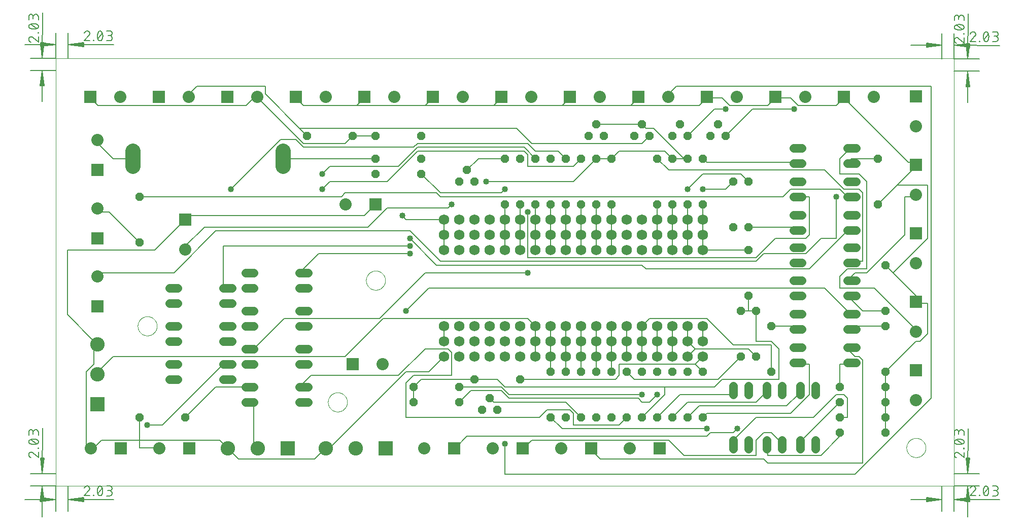
<source format=gtl>
G75*
%MOIN*%
%OFA0B0*%
%FSLAX25Y25*%
%IPPOS*%
%LPD*%
%AMOC8*
5,1,8,0,0,1.08239X$1,22.5*
%
%ADD10C,0.00000*%
%ADD11C,0.00512*%
%ADD12C,0.00600*%
%ADD13OC8,0.05600*%
%ADD14C,0.06900*%
%ADD15C,0.05600*%
%ADD16R,0.08000X0.08000*%
%ADD17C,0.08000*%
%ADD18R,0.09500X0.09500*%
%ADD19C,0.09500*%
%ADD20C,0.10000*%
%ADD21C,0.00800*%
%ADD22C,0.04000*%
D10*
X0022340Y0021755D02*
X0022340Y0302779D01*
X0612104Y0302779D01*
X0612104Y0021755D01*
X0022340Y0021755D01*
X0201041Y0076755D02*
X0201043Y0076913D01*
X0201049Y0077071D01*
X0201059Y0077229D01*
X0201073Y0077387D01*
X0201091Y0077544D01*
X0201112Y0077701D01*
X0201138Y0077857D01*
X0201168Y0078013D01*
X0201201Y0078168D01*
X0201239Y0078321D01*
X0201280Y0078474D01*
X0201325Y0078626D01*
X0201374Y0078777D01*
X0201427Y0078926D01*
X0201483Y0079074D01*
X0201543Y0079220D01*
X0201607Y0079365D01*
X0201675Y0079508D01*
X0201746Y0079650D01*
X0201820Y0079790D01*
X0201898Y0079927D01*
X0201980Y0080063D01*
X0202064Y0080197D01*
X0202153Y0080328D01*
X0202244Y0080457D01*
X0202339Y0080584D01*
X0202436Y0080709D01*
X0202537Y0080831D01*
X0202641Y0080950D01*
X0202748Y0081067D01*
X0202858Y0081181D01*
X0202971Y0081292D01*
X0203086Y0081401D01*
X0203204Y0081506D01*
X0203325Y0081608D01*
X0203448Y0081708D01*
X0203574Y0081804D01*
X0203702Y0081897D01*
X0203832Y0081987D01*
X0203965Y0082073D01*
X0204100Y0082157D01*
X0204236Y0082236D01*
X0204375Y0082313D01*
X0204516Y0082385D01*
X0204658Y0082455D01*
X0204802Y0082520D01*
X0204948Y0082582D01*
X0205095Y0082640D01*
X0205244Y0082695D01*
X0205394Y0082746D01*
X0205545Y0082793D01*
X0205697Y0082836D01*
X0205850Y0082875D01*
X0206005Y0082911D01*
X0206160Y0082942D01*
X0206316Y0082970D01*
X0206472Y0082994D01*
X0206629Y0083014D01*
X0206787Y0083030D01*
X0206944Y0083042D01*
X0207103Y0083050D01*
X0207261Y0083054D01*
X0207419Y0083054D01*
X0207577Y0083050D01*
X0207736Y0083042D01*
X0207893Y0083030D01*
X0208051Y0083014D01*
X0208208Y0082994D01*
X0208364Y0082970D01*
X0208520Y0082942D01*
X0208675Y0082911D01*
X0208830Y0082875D01*
X0208983Y0082836D01*
X0209135Y0082793D01*
X0209286Y0082746D01*
X0209436Y0082695D01*
X0209585Y0082640D01*
X0209732Y0082582D01*
X0209878Y0082520D01*
X0210022Y0082455D01*
X0210164Y0082385D01*
X0210305Y0082313D01*
X0210444Y0082236D01*
X0210580Y0082157D01*
X0210715Y0082073D01*
X0210848Y0081987D01*
X0210978Y0081897D01*
X0211106Y0081804D01*
X0211232Y0081708D01*
X0211355Y0081608D01*
X0211476Y0081506D01*
X0211594Y0081401D01*
X0211709Y0081292D01*
X0211822Y0081181D01*
X0211932Y0081067D01*
X0212039Y0080950D01*
X0212143Y0080831D01*
X0212244Y0080709D01*
X0212341Y0080584D01*
X0212436Y0080457D01*
X0212527Y0080328D01*
X0212616Y0080197D01*
X0212700Y0080063D01*
X0212782Y0079927D01*
X0212860Y0079790D01*
X0212934Y0079650D01*
X0213005Y0079508D01*
X0213073Y0079365D01*
X0213137Y0079220D01*
X0213197Y0079074D01*
X0213253Y0078926D01*
X0213306Y0078777D01*
X0213355Y0078626D01*
X0213400Y0078474D01*
X0213441Y0078321D01*
X0213479Y0078168D01*
X0213512Y0078013D01*
X0213542Y0077857D01*
X0213568Y0077701D01*
X0213589Y0077544D01*
X0213607Y0077387D01*
X0213621Y0077229D01*
X0213631Y0077071D01*
X0213637Y0076913D01*
X0213639Y0076755D01*
X0213637Y0076597D01*
X0213631Y0076439D01*
X0213621Y0076281D01*
X0213607Y0076123D01*
X0213589Y0075966D01*
X0213568Y0075809D01*
X0213542Y0075653D01*
X0213512Y0075497D01*
X0213479Y0075342D01*
X0213441Y0075189D01*
X0213400Y0075036D01*
X0213355Y0074884D01*
X0213306Y0074733D01*
X0213253Y0074584D01*
X0213197Y0074436D01*
X0213137Y0074290D01*
X0213073Y0074145D01*
X0213005Y0074002D01*
X0212934Y0073860D01*
X0212860Y0073720D01*
X0212782Y0073583D01*
X0212700Y0073447D01*
X0212616Y0073313D01*
X0212527Y0073182D01*
X0212436Y0073053D01*
X0212341Y0072926D01*
X0212244Y0072801D01*
X0212143Y0072679D01*
X0212039Y0072560D01*
X0211932Y0072443D01*
X0211822Y0072329D01*
X0211709Y0072218D01*
X0211594Y0072109D01*
X0211476Y0072004D01*
X0211355Y0071902D01*
X0211232Y0071802D01*
X0211106Y0071706D01*
X0210978Y0071613D01*
X0210848Y0071523D01*
X0210715Y0071437D01*
X0210580Y0071353D01*
X0210444Y0071274D01*
X0210305Y0071197D01*
X0210164Y0071125D01*
X0210022Y0071055D01*
X0209878Y0070990D01*
X0209732Y0070928D01*
X0209585Y0070870D01*
X0209436Y0070815D01*
X0209286Y0070764D01*
X0209135Y0070717D01*
X0208983Y0070674D01*
X0208830Y0070635D01*
X0208675Y0070599D01*
X0208520Y0070568D01*
X0208364Y0070540D01*
X0208208Y0070516D01*
X0208051Y0070496D01*
X0207893Y0070480D01*
X0207736Y0070468D01*
X0207577Y0070460D01*
X0207419Y0070456D01*
X0207261Y0070456D01*
X0207103Y0070460D01*
X0206944Y0070468D01*
X0206787Y0070480D01*
X0206629Y0070496D01*
X0206472Y0070516D01*
X0206316Y0070540D01*
X0206160Y0070568D01*
X0206005Y0070599D01*
X0205850Y0070635D01*
X0205697Y0070674D01*
X0205545Y0070717D01*
X0205394Y0070764D01*
X0205244Y0070815D01*
X0205095Y0070870D01*
X0204948Y0070928D01*
X0204802Y0070990D01*
X0204658Y0071055D01*
X0204516Y0071125D01*
X0204375Y0071197D01*
X0204236Y0071274D01*
X0204100Y0071353D01*
X0203965Y0071437D01*
X0203832Y0071523D01*
X0203702Y0071613D01*
X0203574Y0071706D01*
X0203448Y0071802D01*
X0203325Y0071902D01*
X0203204Y0072004D01*
X0203086Y0072109D01*
X0202971Y0072218D01*
X0202858Y0072329D01*
X0202748Y0072443D01*
X0202641Y0072560D01*
X0202537Y0072679D01*
X0202436Y0072801D01*
X0202339Y0072926D01*
X0202244Y0073053D01*
X0202153Y0073182D01*
X0202064Y0073313D01*
X0201980Y0073447D01*
X0201898Y0073583D01*
X0201820Y0073720D01*
X0201746Y0073860D01*
X0201675Y0074002D01*
X0201607Y0074145D01*
X0201543Y0074290D01*
X0201483Y0074436D01*
X0201427Y0074584D01*
X0201374Y0074733D01*
X0201325Y0074884D01*
X0201280Y0075036D01*
X0201239Y0075189D01*
X0201201Y0075342D01*
X0201168Y0075497D01*
X0201138Y0075653D01*
X0201112Y0075809D01*
X0201091Y0075966D01*
X0201073Y0076123D01*
X0201059Y0076281D01*
X0201049Y0076439D01*
X0201043Y0076597D01*
X0201041Y0076755D01*
X0076041Y0126755D02*
X0076043Y0126913D01*
X0076049Y0127071D01*
X0076059Y0127229D01*
X0076073Y0127387D01*
X0076091Y0127544D01*
X0076112Y0127701D01*
X0076138Y0127857D01*
X0076168Y0128013D01*
X0076201Y0128168D01*
X0076239Y0128321D01*
X0076280Y0128474D01*
X0076325Y0128626D01*
X0076374Y0128777D01*
X0076427Y0128926D01*
X0076483Y0129074D01*
X0076543Y0129220D01*
X0076607Y0129365D01*
X0076675Y0129508D01*
X0076746Y0129650D01*
X0076820Y0129790D01*
X0076898Y0129927D01*
X0076980Y0130063D01*
X0077064Y0130197D01*
X0077153Y0130328D01*
X0077244Y0130457D01*
X0077339Y0130584D01*
X0077436Y0130709D01*
X0077537Y0130831D01*
X0077641Y0130950D01*
X0077748Y0131067D01*
X0077858Y0131181D01*
X0077971Y0131292D01*
X0078086Y0131401D01*
X0078204Y0131506D01*
X0078325Y0131608D01*
X0078448Y0131708D01*
X0078574Y0131804D01*
X0078702Y0131897D01*
X0078832Y0131987D01*
X0078965Y0132073D01*
X0079100Y0132157D01*
X0079236Y0132236D01*
X0079375Y0132313D01*
X0079516Y0132385D01*
X0079658Y0132455D01*
X0079802Y0132520D01*
X0079948Y0132582D01*
X0080095Y0132640D01*
X0080244Y0132695D01*
X0080394Y0132746D01*
X0080545Y0132793D01*
X0080697Y0132836D01*
X0080850Y0132875D01*
X0081005Y0132911D01*
X0081160Y0132942D01*
X0081316Y0132970D01*
X0081472Y0132994D01*
X0081629Y0133014D01*
X0081787Y0133030D01*
X0081944Y0133042D01*
X0082103Y0133050D01*
X0082261Y0133054D01*
X0082419Y0133054D01*
X0082577Y0133050D01*
X0082736Y0133042D01*
X0082893Y0133030D01*
X0083051Y0133014D01*
X0083208Y0132994D01*
X0083364Y0132970D01*
X0083520Y0132942D01*
X0083675Y0132911D01*
X0083830Y0132875D01*
X0083983Y0132836D01*
X0084135Y0132793D01*
X0084286Y0132746D01*
X0084436Y0132695D01*
X0084585Y0132640D01*
X0084732Y0132582D01*
X0084878Y0132520D01*
X0085022Y0132455D01*
X0085164Y0132385D01*
X0085305Y0132313D01*
X0085444Y0132236D01*
X0085580Y0132157D01*
X0085715Y0132073D01*
X0085848Y0131987D01*
X0085978Y0131897D01*
X0086106Y0131804D01*
X0086232Y0131708D01*
X0086355Y0131608D01*
X0086476Y0131506D01*
X0086594Y0131401D01*
X0086709Y0131292D01*
X0086822Y0131181D01*
X0086932Y0131067D01*
X0087039Y0130950D01*
X0087143Y0130831D01*
X0087244Y0130709D01*
X0087341Y0130584D01*
X0087436Y0130457D01*
X0087527Y0130328D01*
X0087616Y0130197D01*
X0087700Y0130063D01*
X0087782Y0129927D01*
X0087860Y0129790D01*
X0087934Y0129650D01*
X0088005Y0129508D01*
X0088073Y0129365D01*
X0088137Y0129220D01*
X0088197Y0129074D01*
X0088253Y0128926D01*
X0088306Y0128777D01*
X0088355Y0128626D01*
X0088400Y0128474D01*
X0088441Y0128321D01*
X0088479Y0128168D01*
X0088512Y0128013D01*
X0088542Y0127857D01*
X0088568Y0127701D01*
X0088589Y0127544D01*
X0088607Y0127387D01*
X0088621Y0127229D01*
X0088631Y0127071D01*
X0088637Y0126913D01*
X0088639Y0126755D01*
X0088637Y0126597D01*
X0088631Y0126439D01*
X0088621Y0126281D01*
X0088607Y0126123D01*
X0088589Y0125966D01*
X0088568Y0125809D01*
X0088542Y0125653D01*
X0088512Y0125497D01*
X0088479Y0125342D01*
X0088441Y0125189D01*
X0088400Y0125036D01*
X0088355Y0124884D01*
X0088306Y0124733D01*
X0088253Y0124584D01*
X0088197Y0124436D01*
X0088137Y0124290D01*
X0088073Y0124145D01*
X0088005Y0124002D01*
X0087934Y0123860D01*
X0087860Y0123720D01*
X0087782Y0123583D01*
X0087700Y0123447D01*
X0087616Y0123313D01*
X0087527Y0123182D01*
X0087436Y0123053D01*
X0087341Y0122926D01*
X0087244Y0122801D01*
X0087143Y0122679D01*
X0087039Y0122560D01*
X0086932Y0122443D01*
X0086822Y0122329D01*
X0086709Y0122218D01*
X0086594Y0122109D01*
X0086476Y0122004D01*
X0086355Y0121902D01*
X0086232Y0121802D01*
X0086106Y0121706D01*
X0085978Y0121613D01*
X0085848Y0121523D01*
X0085715Y0121437D01*
X0085580Y0121353D01*
X0085444Y0121274D01*
X0085305Y0121197D01*
X0085164Y0121125D01*
X0085022Y0121055D01*
X0084878Y0120990D01*
X0084732Y0120928D01*
X0084585Y0120870D01*
X0084436Y0120815D01*
X0084286Y0120764D01*
X0084135Y0120717D01*
X0083983Y0120674D01*
X0083830Y0120635D01*
X0083675Y0120599D01*
X0083520Y0120568D01*
X0083364Y0120540D01*
X0083208Y0120516D01*
X0083051Y0120496D01*
X0082893Y0120480D01*
X0082736Y0120468D01*
X0082577Y0120460D01*
X0082419Y0120456D01*
X0082261Y0120456D01*
X0082103Y0120460D01*
X0081944Y0120468D01*
X0081787Y0120480D01*
X0081629Y0120496D01*
X0081472Y0120516D01*
X0081316Y0120540D01*
X0081160Y0120568D01*
X0081005Y0120599D01*
X0080850Y0120635D01*
X0080697Y0120674D01*
X0080545Y0120717D01*
X0080394Y0120764D01*
X0080244Y0120815D01*
X0080095Y0120870D01*
X0079948Y0120928D01*
X0079802Y0120990D01*
X0079658Y0121055D01*
X0079516Y0121125D01*
X0079375Y0121197D01*
X0079236Y0121274D01*
X0079100Y0121353D01*
X0078965Y0121437D01*
X0078832Y0121523D01*
X0078702Y0121613D01*
X0078574Y0121706D01*
X0078448Y0121802D01*
X0078325Y0121902D01*
X0078204Y0122004D01*
X0078086Y0122109D01*
X0077971Y0122218D01*
X0077858Y0122329D01*
X0077748Y0122443D01*
X0077641Y0122560D01*
X0077537Y0122679D01*
X0077436Y0122801D01*
X0077339Y0122926D01*
X0077244Y0123053D01*
X0077153Y0123182D01*
X0077064Y0123313D01*
X0076980Y0123447D01*
X0076898Y0123583D01*
X0076820Y0123720D01*
X0076746Y0123860D01*
X0076675Y0124002D01*
X0076607Y0124145D01*
X0076543Y0124290D01*
X0076483Y0124436D01*
X0076427Y0124584D01*
X0076374Y0124733D01*
X0076325Y0124884D01*
X0076280Y0125036D01*
X0076239Y0125189D01*
X0076201Y0125342D01*
X0076168Y0125497D01*
X0076138Y0125653D01*
X0076112Y0125809D01*
X0076091Y0125966D01*
X0076073Y0126123D01*
X0076059Y0126281D01*
X0076049Y0126439D01*
X0076043Y0126597D01*
X0076041Y0126755D01*
X0226041Y0156755D02*
X0226043Y0156913D01*
X0226049Y0157071D01*
X0226059Y0157229D01*
X0226073Y0157387D01*
X0226091Y0157544D01*
X0226112Y0157701D01*
X0226138Y0157857D01*
X0226168Y0158013D01*
X0226201Y0158168D01*
X0226239Y0158321D01*
X0226280Y0158474D01*
X0226325Y0158626D01*
X0226374Y0158777D01*
X0226427Y0158926D01*
X0226483Y0159074D01*
X0226543Y0159220D01*
X0226607Y0159365D01*
X0226675Y0159508D01*
X0226746Y0159650D01*
X0226820Y0159790D01*
X0226898Y0159927D01*
X0226980Y0160063D01*
X0227064Y0160197D01*
X0227153Y0160328D01*
X0227244Y0160457D01*
X0227339Y0160584D01*
X0227436Y0160709D01*
X0227537Y0160831D01*
X0227641Y0160950D01*
X0227748Y0161067D01*
X0227858Y0161181D01*
X0227971Y0161292D01*
X0228086Y0161401D01*
X0228204Y0161506D01*
X0228325Y0161608D01*
X0228448Y0161708D01*
X0228574Y0161804D01*
X0228702Y0161897D01*
X0228832Y0161987D01*
X0228965Y0162073D01*
X0229100Y0162157D01*
X0229236Y0162236D01*
X0229375Y0162313D01*
X0229516Y0162385D01*
X0229658Y0162455D01*
X0229802Y0162520D01*
X0229948Y0162582D01*
X0230095Y0162640D01*
X0230244Y0162695D01*
X0230394Y0162746D01*
X0230545Y0162793D01*
X0230697Y0162836D01*
X0230850Y0162875D01*
X0231005Y0162911D01*
X0231160Y0162942D01*
X0231316Y0162970D01*
X0231472Y0162994D01*
X0231629Y0163014D01*
X0231787Y0163030D01*
X0231944Y0163042D01*
X0232103Y0163050D01*
X0232261Y0163054D01*
X0232419Y0163054D01*
X0232577Y0163050D01*
X0232736Y0163042D01*
X0232893Y0163030D01*
X0233051Y0163014D01*
X0233208Y0162994D01*
X0233364Y0162970D01*
X0233520Y0162942D01*
X0233675Y0162911D01*
X0233830Y0162875D01*
X0233983Y0162836D01*
X0234135Y0162793D01*
X0234286Y0162746D01*
X0234436Y0162695D01*
X0234585Y0162640D01*
X0234732Y0162582D01*
X0234878Y0162520D01*
X0235022Y0162455D01*
X0235164Y0162385D01*
X0235305Y0162313D01*
X0235444Y0162236D01*
X0235580Y0162157D01*
X0235715Y0162073D01*
X0235848Y0161987D01*
X0235978Y0161897D01*
X0236106Y0161804D01*
X0236232Y0161708D01*
X0236355Y0161608D01*
X0236476Y0161506D01*
X0236594Y0161401D01*
X0236709Y0161292D01*
X0236822Y0161181D01*
X0236932Y0161067D01*
X0237039Y0160950D01*
X0237143Y0160831D01*
X0237244Y0160709D01*
X0237341Y0160584D01*
X0237436Y0160457D01*
X0237527Y0160328D01*
X0237616Y0160197D01*
X0237700Y0160063D01*
X0237782Y0159927D01*
X0237860Y0159790D01*
X0237934Y0159650D01*
X0238005Y0159508D01*
X0238073Y0159365D01*
X0238137Y0159220D01*
X0238197Y0159074D01*
X0238253Y0158926D01*
X0238306Y0158777D01*
X0238355Y0158626D01*
X0238400Y0158474D01*
X0238441Y0158321D01*
X0238479Y0158168D01*
X0238512Y0158013D01*
X0238542Y0157857D01*
X0238568Y0157701D01*
X0238589Y0157544D01*
X0238607Y0157387D01*
X0238621Y0157229D01*
X0238631Y0157071D01*
X0238637Y0156913D01*
X0238639Y0156755D01*
X0238637Y0156597D01*
X0238631Y0156439D01*
X0238621Y0156281D01*
X0238607Y0156123D01*
X0238589Y0155966D01*
X0238568Y0155809D01*
X0238542Y0155653D01*
X0238512Y0155497D01*
X0238479Y0155342D01*
X0238441Y0155189D01*
X0238400Y0155036D01*
X0238355Y0154884D01*
X0238306Y0154733D01*
X0238253Y0154584D01*
X0238197Y0154436D01*
X0238137Y0154290D01*
X0238073Y0154145D01*
X0238005Y0154002D01*
X0237934Y0153860D01*
X0237860Y0153720D01*
X0237782Y0153583D01*
X0237700Y0153447D01*
X0237616Y0153313D01*
X0237527Y0153182D01*
X0237436Y0153053D01*
X0237341Y0152926D01*
X0237244Y0152801D01*
X0237143Y0152679D01*
X0237039Y0152560D01*
X0236932Y0152443D01*
X0236822Y0152329D01*
X0236709Y0152218D01*
X0236594Y0152109D01*
X0236476Y0152004D01*
X0236355Y0151902D01*
X0236232Y0151802D01*
X0236106Y0151706D01*
X0235978Y0151613D01*
X0235848Y0151523D01*
X0235715Y0151437D01*
X0235580Y0151353D01*
X0235444Y0151274D01*
X0235305Y0151197D01*
X0235164Y0151125D01*
X0235022Y0151055D01*
X0234878Y0150990D01*
X0234732Y0150928D01*
X0234585Y0150870D01*
X0234436Y0150815D01*
X0234286Y0150764D01*
X0234135Y0150717D01*
X0233983Y0150674D01*
X0233830Y0150635D01*
X0233675Y0150599D01*
X0233520Y0150568D01*
X0233364Y0150540D01*
X0233208Y0150516D01*
X0233051Y0150496D01*
X0232893Y0150480D01*
X0232736Y0150468D01*
X0232577Y0150460D01*
X0232419Y0150456D01*
X0232261Y0150456D01*
X0232103Y0150460D01*
X0231944Y0150468D01*
X0231787Y0150480D01*
X0231629Y0150496D01*
X0231472Y0150516D01*
X0231316Y0150540D01*
X0231160Y0150568D01*
X0231005Y0150599D01*
X0230850Y0150635D01*
X0230697Y0150674D01*
X0230545Y0150717D01*
X0230394Y0150764D01*
X0230244Y0150815D01*
X0230095Y0150870D01*
X0229948Y0150928D01*
X0229802Y0150990D01*
X0229658Y0151055D01*
X0229516Y0151125D01*
X0229375Y0151197D01*
X0229236Y0151274D01*
X0229100Y0151353D01*
X0228965Y0151437D01*
X0228832Y0151523D01*
X0228702Y0151613D01*
X0228574Y0151706D01*
X0228448Y0151802D01*
X0228325Y0151902D01*
X0228204Y0152004D01*
X0228086Y0152109D01*
X0227971Y0152218D01*
X0227858Y0152329D01*
X0227748Y0152443D01*
X0227641Y0152560D01*
X0227537Y0152679D01*
X0227436Y0152801D01*
X0227339Y0152926D01*
X0227244Y0153053D01*
X0227153Y0153182D01*
X0227064Y0153313D01*
X0226980Y0153447D01*
X0226898Y0153583D01*
X0226820Y0153720D01*
X0226746Y0153860D01*
X0226675Y0154002D01*
X0226607Y0154145D01*
X0226543Y0154290D01*
X0226483Y0154436D01*
X0226427Y0154584D01*
X0226374Y0154733D01*
X0226325Y0154884D01*
X0226280Y0155036D01*
X0226239Y0155189D01*
X0226201Y0155342D01*
X0226168Y0155497D01*
X0226138Y0155653D01*
X0226112Y0155809D01*
X0226091Y0155966D01*
X0226073Y0156123D01*
X0226059Y0156281D01*
X0226049Y0156439D01*
X0226043Y0156597D01*
X0226041Y0156755D01*
X0581041Y0046755D02*
X0581043Y0046913D01*
X0581049Y0047071D01*
X0581059Y0047229D01*
X0581073Y0047387D01*
X0581091Y0047544D01*
X0581112Y0047701D01*
X0581138Y0047857D01*
X0581168Y0048013D01*
X0581201Y0048168D01*
X0581239Y0048321D01*
X0581280Y0048474D01*
X0581325Y0048626D01*
X0581374Y0048777D01*
X0581427Y0048926D01*
X0581483Y0049074D01*
X0581543Y0049220D01*
X0581607Y0049365D01*
X0581675Y0049508D01*
X0581746Y0049650D01*
X0581820Y0049790D01*
X0581898Y0049927D01*
X0581980Y0050063D01*
X0582064Y0050197D01*
X0582153Y0050328D01*
X0582244Y0050457D01*
X0582339Y0050584D01*
X0582436Y0050709D01*
X0582537Y0050831D01*
X0582641Y0050950D01*
X0582748Y0051067D01*
X0582858Y0051181D01*
X0582971Y0051292D01*
X0583086Y0051401D01*
X0583204Y0051506D01*
X0583325Y0051608D01*
X0583448Y0051708D01*
X0583574Y0051804D01*
X0583702Y0051897D01*
X0583832Y0051987D01*
X0583965Y0052073D01*
X0584100Y0052157D01*
X0584236Y0052236D01*
X0584375Y0052313D01*
X0584516Y0052385D01*
X0584658Y0052455D01*
X0584802Y0052520D01*
X0584948Y0052582D01*
X0585095Y0052640D01*
X0585244Y0052695D01*
X0585394Y0052746D01*
X0585545Y0052793D01*
X0585697Y0052836D01*
X0585850Y0052875D01*
X0586005Y0052911D01*
X0586160Y0052942D01*
X0586316Y0052970D01*
X0586472Y0052994D01*
X0586629Y0053014D01*
X0586787Y0053030D01*
X0586944Y0053042D01*
X0587103Y0053050D01*
X0587261Y0053054D01*
X0587419Y0053054D01*
X0587577Y0053050D01*
X0587736Y0053042D01*
X0587893Y0053030D01*
X0588051Y0053014D01*
X0588208Y0052994D01*
X0588364Y0052970D01*
X0588520Y0052942D01*
X0588675Y0052911D01*
X0588830Y0052875D01*
X0588983Y0052836D01*
X0589135Y0052793D01*
X0589286Y0052746D01*
X0589436Y0052695D01*
X0589585Y0052640D01*
X0589732Y0052582D01*
X0589878Y0052520D01*
X0590022Y0052455D01*
X0590164Y0052385D01*
X0590305Y0052313D01*
X0590444Y0052236D01*
X0590580Y0052157D01*
X0590715Y0052073D01*
X0590848Y0051987D01*
X0590978Y0051897D01*
X0591106Y0051804D01*
X0591232Y0051708D01*
X0591355Y0051608D01*
X0591476Y0051506D01*
X0591594Y0051401D01*
X0591709Y0051292D01*
X0591822Y0051181D01*
X0591932Y0051067D01*
X0592039Y0050950D01*
X0592143Y0050831D01*
X0592244Y0050709D01*
X0592341Y0050584D01*
X0592436Y0050457D01*
X0592527Y0050328D01*
X0592616Y0050197D01*
X0592700Y0050063D01*
X0592782Y0049927D01*
X0592860Y0049790D01*
X0592934Y0049650D01*
X0593005Y0049508D01*
X0593073Y0049365D01*
X0593137Y0049220D01*
X0593197Y0049074D01*
X0593253Y0048926D01*
X0593306Y0048777D01*
X0593355Y0048626D01*
X0593400Y0048474D01*
X0593441Y0048321D01*
X0593479Y0048168D01*
X0593512Y0048013D01*
X0593542Y0047857D01*
X0593568Y0047701D01*
X0593589Y0047544D01*
X0593607Y0047387D01*
X0593621Y0047229D01*
X0593631Y0047071D01*
X0593637Y0046913D01*
X0593639Y0046755D01*
X0593637Y0046597D01*
X0593631Y0046439D01*
X0593621Y0046281D01*
X0593607Y0046123D01*
X0593589Y0045966D01*
X0593568Y0045809D01*
X0593542Y0045653D01*
X0593512Y0045497D01*
X0593479Y0045342D01*
X0593441Y0045189D01*
X0593400Y0045036D01*
X0593355Y0044884D01*
X0593306Y0044733D01*
X0593253Y0044584D01*
X0593197Y0044436D01*
X0593137Y0044290D01*
X0593073Y0044145D01*
X0593005Y0044002D01*
X0592934Y0043860D01*
X0592860Y0043720D01*
X0592782Y0043583D01*
X0592700Y0043447D01*
X0592616Y0043313D01*
X0592527Y0043182D01*
X0592436Y0043053D01*
X0592341Y0042926D01*
X0592244Y0042801D01*
X0592143Y0042679D01*
X0592039Y0042560D01*
X0591932Y0042443D01*
X0591822Y0042329D01*
X0591709Y0042218D01*
X0591594Y0042109D01*
X0591476Y0042004D01*
X0591355Y0041902D01*
X0591232Y0041802D01*
X0591106Y0041706D01*
X0590978Y0041613D01*
X0590848Y0041523D01*
X0590715Y0041437D01*
X0590580Y0041353D01*
X0590444Y0041274D01*
X0590305Y0041197D01*
X0590164Y0041125D01*
X0590022Y0041055D01*
X0589878Y0040990D01*
X0589732Y0040928D01*
X0589585Y0040870D01*
X0589436Y0040815D01*
X0589286Y0040764D01*
X0589135Y0040717D01*
X0588983Y0040674D01*
X0588830Y0040635D01*
X0588675Y0040599D01*
X0588520Y0040568D01*
X0588364Y0040540D01*
X0588208Y0040516D01*
X0588051Y0040496D01*
X0587893Y0040480D01*
X0587736Y0040468D01*
X0587577Y0040460D01*
X0587419Y0040456D01*
X0587261Y0040456D01*
X0587103Y0040460D01*
X0586944Y0040468D01*
X0586787Y0040480D01*
X0586629Y0040496D01*
X0586472Y0040516D01*
X0586316Y0040540D01*
X0586160Y0040568D01*
X0586005Y0040599D01*
X0585850Y0040635D01*
X0585697Y0040674D01*
X0585545Y0040717D01*
X0585394Y0040764D01*
X0585244Y0040815D01*
X0585095Y0040870D01*
X0584948Y0040928D01*
X0584802Y0040990D01*
X0584658Y0041055D01*
X0584516Y0041125D01*
X0584375Y0041197D01*
X0584236Y0041274D01*
X0584100Y0041353D01*
X0583965Y0041437D01*
X0583832Y0041523D01*
X0583702Y0041613D01*
X0583574Y0041706D01*
X0583448Y0041802D01*
X0583325Y0041902D01*
X0583204Y0042004D01*
X0583086Y0042109D01*
X0582971Y0042218D01*
X0582858Y0042329D01*
X0582748Y0042443D01*
X0582641Y0042560D01*
X0582537Y0042679D01*
X0582436Y0042801D01*
X0582339Y0042926D01*
X0582244Y0043053D01*
X0582153Y0043182D01*
X0582064Y0043313D01*
X0581980Y0043447D01*
X0581898Y0043583D01*
X0581820Y0043720D01*
X0581746Y0043860D01*
X0581675Y0044002D01*
X0581607Y0044145D01*
X0581543Y0044290D01*
X0581483Y0044436D01*
X0581427Y0044584D01*
X0581374Y0044733D01*
X0581325Y0044884D01*
X0581280Y0045036D01*
X0581239Y0045189D01*
X0581201Y0045342D01*
X0581168Y0045497D01*
X0581138Y0045653D01*
X0581112Y0045809D01*
X0581091Y0045966D01*
X0581073Y0046123D01*
X0581059Y0046281D01*
X0581049Y0046439D01*
X0581043Y0046597D01*
X0581041Y0046755D01*
D11*
X0013295Y0021526D02*
X0013236Y0001309D01*
X0022291Y0005057D02*
X0022340Y0021755D01*
X0022317Y0021755D02*
X0005619Y0021804D01*
X0013295Y0021526D02*
X0014289Y0011542D01*
X0014523Y0011542D02*
X0013295Y0021526D01*
X0012242Y0011548D01*
X0012074Y0011508D02*
X0022058Y0012735D01*
X0012074Y0011741D01*
X0012009Y0011549D02*
X0014523Y0011542D01*
X0013778Y0011544D02*
X0013295Y0021526D01*
X0012754Y0011547D01*
X0012074Y0011508D02*
X0012081Y0014021D01*
X0022058Y0012735D01*
X0012080Y0013788D01*
X0012079Y0013276D02*
X0022058Y0012735D01*
X0012076Y0012253D01*
X0012009Y0011549D02*
X0013295Y0021526D01*
X0013320Y0030037D02*
X0014374Y0040015D01*
X0014607Y0040014D02*
X0013320Y0030037D01*
X0012326Y0040021D01*
X0012093Y0040021D02*
X0014607Y0040014D01*
X0013862Y0040016D02*
X0013320Y0030037D01*
X0012838Y0040019D01*
X0012093Y0040021D02*
X0013320Y0030037D01*
X0013408Y0059556D01*
X0005643Y0029804D02*
X0022340Y0029755D01*
X0030340Y0021731D02*
X0030291Y0005034D01*
X0030570Y0012710D02*
X0040547Y0011657D01*
X0040546Y0011424D02*
X0030570Y0012710D01*
X0040553Y0013704D01*
X0040553Y0013937D02*
X0040546Y0011424D01*
X0040548Y0012169D02*
X0030570Y0012710D01*
X0040551Y0013192D01*
X0040553Y0013937D02*
X0030570Y0012710D01*
X0060088Y0012623D01*
X0022058Y0012735D02*
X0001841Y0012795D01*
X0013236Y0274309D02*
X0013295Y0294526D01*
X0014289Y0284542D01*
X0014523Y0284542D02*
X0013295Y0294526D01*
X0012242Y0284548D01*
X0012009Y0284549D02*
X0014523Y0284542D01*
X0013778Y0284544D02*
X0013295Y0294526D01*
X0012754Y0284547D01*
X0012009Y0284549D02*
X0013295Y0294526D01*
X0005619Y0294804D02*
X0022317Y0294755D01*
X0022340Y0302755D02*
X0005643Y0302804D01*
X0013320Y0303037D02*
X0014373Y0313015D01*
X0014607Y0313014D02*
X0013320Y0303037D01*
X0012326Y0313021D01*
X0012134Y0313086D02*
X0012127Y0310572D01*
X0022111Y0311800D01*
X0012128Y0310806D01*
X0012129Y0311318D02*
X0022111Y0311800D01*
X0012134Y0312853D01*
X0012093Y0313021D02*
X0014607Y0313014D01*
X0013862Y0313016D02*
X0013320Y0303037D01*
X0012838Y0313019D01*
X0012134Y0313086D02*
X0022111Y0311800D01*
X0012132Y0312341D01*
X0012093Y0313021D02*
X0013320Y0303037D01*
X0013408Y0332556D01*
X0022390Y0319476D02*
X0022340Y0302779D01*
X0030340Y0302755D02*
X0030390Y0319453D01*
X0030623Y0311775D02*
X0040606Y0312769D01*
X0040607Y0313002D02*
X0040599Y0310488D01*
X0030623Y0311775D01*
X0040600Y0310722D01*
X0040602Y0311233D02*
X0030623Y0311775D01*
X0040605Y0312257D01*
X0040607Y0313002D02*
X0030623Y0311775D01*
X0060141Y0311688D01*
X0022111Y0311800D02*
X0001895Y0311860D01*
X0583895Y0311360D02*
X0604111Y0311300D01*
X0594128Y0310306D01*
X0594127Y0310072D02*
X0604111Y0311300D01*
X0594134Y0312353D01*
X0594134Y0312586D02*
X0594127Y0310072D01*
X0594129Y0310818D02*
X0604111Y0311300D01*
X0594132Y0311841D01*
X0594134Y0312586D02*
X0604111Y0311300D01*
X0612623Y0311275D02*
X0622600Y0310222D01*
X0622599Y0309988D02*
X0612623Y0311275D01*
X0622606Y0312269D01*
X0622672Y0312461D02*
X0621385Y0302484D01*
X0622438Y0312461D01*
X0622607Y0312502D02*
X0622599Y0309988D01*
X0622602Y0310733D02*
X0612623Y0311275D01*
X0622605Y0311757D01*
X0622672Y0312461D02*
X0620158Y0312468D01*
X0621385Y0302484D01*
X0620391Y0312467D01*
X0620903Y0312466D02*
X0621385Y0302484D01*
X0621926Y0312463D01*
X0622607Y0312502D02*
X0612623Y0311275D01*
X0642141Y0311188D01*
X0629062Y0302206D02*
X0612364Y0302255D01*
X0612340Y0302255D02*
X0612390Y0318953D01*
X0604390Y0318976D02*
X0604340Y0302279D01*
X0612340Y0294255D02*
X0629038Y0294206D01*
X0621360Y0293972D02*
X0622354Y0283989D01*
X0622587Y0283988D02*
X0621360Y0293972D01*
X0620307Y0283995D01*
X0620074Y0283996D02*
X0622587Y0283988D01*
X0621842Y0283991D02*
X0621360Y0293972D01*
X0620819Y0283994D01*
X0620074Y0283996D02*
X0621360Y0293972D01*
X0621300Y0273756D01*
X0621385Y0302484D02*
X0621472Y0332003D01*
X0621472Y0059503D02*
X0621385Y0029984D01*
X0622438Y0039961D01*
X0622672Y0039961D02*
X0621385Y0029984D01*
X0620391Y0039967D01*
X0620158Y0039968D02*
X0622672Y0039961D01*
X0621926Y0039963D02*
X0621385Y0029984D01*
X0620903Y0039966D01*
X0620158Y0039968D02*
X0621385Y0029984D01*
X0629062Y0029706D02*
X0612364Y0029755D01*
X0612340Y0021755D02*
X0629038Y0021706D01*
X0621360Y0021472D02*
X0622354Y0011489D01*
X0622546Y0011424D02*
X0612570Y0012710D01*
X0622547Y0011657D01*
X0622587Y0011488D02*
X0621360Y0021472D01*
X0620307Y0011495D01*
X0620074Y0011496D02*
X0622587Y0011488D01*
X0622546Y0011424D02*
X0622553Y0013937D01*
X0612570Y0012710D01*
X0622553Y0013704D01*
X0622551Y0013192D02*
X0612570Y0012710D01*
X0622548Y0012169D01*
X0621842Y0011491D02*
X0621360Y0021472D01*
X0620819Y0011494D01*
X0620074Y0011496D02*
X0621360Y0021472D01*
X0621300Y0001256D01*
X0612291Y0005034D02*
X0612340Y0021731D01*
X0604340Y0021755D02*
X0604291Y0005057D01*
X0604058Y0012735D02*
X0594074Y0011741D01*
X0594074Y0011508D02*
X0604058Y0012735D01*
X0594080Y0013788D01*
X0594081Y0014021D02*
X0594074Y0011508D01*
X0594076Y0012253D02*
X0604058Y0012735D01*
X0594079Y0013276D01*
X0594081Y0014021D02*
X0604058Y0012735D01*
X0583841Y0012795D01*
X0612570Y0012710D02*
X0642088Y0012623D01*
D12*
X0639405Y0015183D02*
X0637627Y0015190D01*
X0639405Y0015183D02*
X0639488Y0015185D01*
X0639571Y0015190D01*
X0639654Y0015200D01*
X0639736Y0015213D01*
X0639818Y0015230D01*
X0639899Y0015251D01*
X0639978Y0015276D01*
X0640057Y0015304D01*
X0640134Y0015336D01*
X0640209Y0015372D01*
X0640283Y0015411D01*
X0640354Y0015454D01*
X0640424Y0015500D01*
X0640491Y0015549D01*
X0640556Y0015601D01*
X0640619Y0015656D01*
X0640679Y0015714D01*
X0640736Y0015775D01*
X0640790Y0015838D01*
X0640841Y0015904D01*
X0640889Y0015972D01*
X0640934Y0016043D01*
X0640975Y0016115D01*
X0641013Y0016189D01*
X0641047Y0016265D01*
X0641078Y0016343D01*
X0641105Y0016422D01*
X0641129Y0016502D01*
X0641148Y0016583D01*
X0641164Y0016664D01*
X0641176Y0016747D01*
X0641184Y0016830D01*
X0641188Y0016913D01*
X0641189Y0016996D01*
X0641185Y0017080D01*
X0641178Y0017163D01*
X0641166Y0017245D01*
X0641151Y0017327D01*
X0641132Y0017408D01*
X0641109Y0017489D01*
X0641082Y0017568D01*
X0641052Y0017645D01*
X0641018Y0017721D01*
X0640981Y0017796D01*
X0640940Y0017869D01*
X0640896Y0017939D01*
X0640848Y0018008D01*
X0640798Y0018074D01*
X0640744Y0018138D01*
X0640687Y0018199D01*
X0640628Y0018257D01*
X0640566Y0018313D01*
X0640501Y0018366D01*
X0640434Y0018415D01*
X0640365Y0018462D01*
X0640293Y0018505D01*
X0640220Y0018544D01*
X0640145Y0018580D01*
X0640068Y0018613D01*
X0639990Y0018642D01*
X0639911Y0018667D01*
X0639830Y0018689D01*
X0639749Y0018707D01*
X0639666Y0018721D01*
X0639584Y0018731D01*
X0639501Y0018737D01*
X0639417Y0018739D01*
X0639773Y0018738D02*
X0638351Y0018743D01*
X0632009Y0016098D02*
X0631950Y0016226D01*
X0631894Y0016355D01*
X0631841Y0016486D01*
X0631792Y0016617D01*
X0631746Y0016751D01*
X0631704Y0016885D01*
X0631666Y0017020D01*
X0631631Y0017157D01*
X0631600Y0017294D01*
X0631572Y0017432D01*
X0631549Y0017570D01*
X0631528Y0017710D01*
X0631512Y0017850D01*
X0631499Y0017990D01*
X0631491Y0018130D01*
X0631485Y0018271D01*
X0631484Y0018411D01*
X0635040Y0018399D02*
X0635039Y0018539D01*
X0635033Y0018680D01*
X0635025Y0018820D01*
X0635012Y0018960D01*
X0634996Y0019100D01*
X0634975Y0019240D01*
X0634952Y0019378D01*
X0634924Y0019516D01*
X0634893Y0019653D01*
X0634858Y0019790D01*
X0634820Y0019925D01*
X0634778Y0020059D01*
X0634732Y0020193D01*
X0634683Y0020324D01*
X0634630Y0020455D01*
X0634574Y0020584D01*
X0634515Y0020712D01*
X0634690Y0020178D02*
X0631834Y0016632D01*
X0633250Y0015204D02*
X0633321Y0015206D01*
X0633392Y0015211D01*
X0633462Y0015220D01*
X0633532Y0015234D01*
X0633601Y0015250D01*
X0633669Y0015271D01*
X0633736Y0015295D01*
X0633801Y0015323D01*
X0633865Y0015354D01*
X0633927Y0015388D01*
X0633987Y0015426D01*
X0634045Y0015467D01*
X0634100Y0015511D01*
X0634154Y0015559D01*
X0634204Y0015608D01*
X0634252Y0015661D01*
X0634297Y0015716D01*
X0634339Y0015773D01*
X0634377Y0015833D01*
X0634413Y0015894D01*
X0634445Y0015957D01*
X0634473Y0016022D01*
X0634498Y0016089D01*
X0633250Y0015204D02*
X0633179Y0015206D01*
X0633109Y0015212D01*
X0633038Y0015222D01*
X0632969Y0015235D01*
X0632900Y0015253D01*
X0632832Y0015274D01*
X0632766Y0015298D01*
X0632700Y0015327D01*
X0632637Y0015358D01*
X0632575Y0015393D01*
X0632515Y0015431D01*
X0632458Y0015473D01*
X0632403Y0015517D01*
X0632350Y0015565D01*
X0632300Y0015615D01*
X0632252Y0015668D01*
X0632208Y0015723D01*
X0632166Y0015781D01*
X0632128Y0015841D01*
X0632093Y0015902D01*
X0632061Y0015966D01*
X0632033Y0016031D01*
X0632009Y0016098D01*
X0629122Y0015575D02*
X0629121Y0015219D01*
X0628765Y0015221D01*
X0628766Y0015576D01*
X0629122Y0015575D01*
X0626413Y0015229D02*
X0622857Y0015241D01*
X0625892Y0018786D01*
X0624835Y0021635D02*
X0624746Y0021633D01*
X0624657Y0021628D01*
X0624568Y0021619D01*
X0624480Y0021605D01*
X0624393Y0021588D01*
X0624306Y0021568D01*
X0624220Y0021543D01*
X0624136Y0021515D01*
X0624052Y0021483D01*
X0623971Y0021448D01*
X0623890Y0021409D01*
X0623812Y0021366D01*
X0623735Y0021321D01*
X0623661Y0021272D01*
X0623589Y0021219D01*
X0623519Y0021164D01*
X0623451Y0021106D01*
X0623386Y0021045D01*
X0623324Y0020981D01*
X0623265Y0020914D01*
X0623208Y0020845D01*
X0623155Y0020774D01*
X0623105Y0020700D01*
X0623058Y0020625D01*
X0623014Y0020547D01*
X0622974Y0020467D01*
X0622937Y0020386D01*
X0622904Y0020303D01*
X0622874Y0020219D01*
X0625891Y0018787D02*
X0625950Y0018844D01*
X0626005Y0018905D01*
X0626057Y0018968D01*
X0626107Y0019033D01*
X0626153Y0019101D01*
X0626195Y0019170D01*
X0626235Y0019242D01*
X0626271Y0019315D01*
X0626304Y0019390D01*
X0626332Y0019467D01*
X0626358Y0019545D01*
X0626379Y0019624D01*
X0626397Y0019704D01*
X0626411Y0019784D01*
X0626421Y0019866D01*
X0626427Y0019947D01*
X0626429Y0020029D01*
X0626430Y0020028D02*
X0626428Y0020107D01*
X0626423Y0020185D01*
X0626413Y0020263D01*
X0626400Y0020341D01*
X0626383Y0020417D01*
X0626363Y0020493D01*
X0626338Y0020568D01*
X0626310Y0020641D01*
X0626279Y0020713D01*
X0626244Y0020783D01*
X0626205Y0020852D01*
X0626163Y0020918D01*
X0626118Y0020983D01*
X0626070Y0021045D01*
X0626019Y0021104D01*
X0625965Y0021161D01*
X0625909Y0021216D01*
X0625849Y0021267D01*
X0625788Y0021316D01*
X0625724Y0021361D01*
X0625657Y0021403D01*
X0625589Y0021442D01*
X0625519Y0021478D01*
X0625447Y0021510D01*
X0625374Y0021539D01*
X0625300Y0021563D01*
X0625224Y0021585D01*
X0625148Y0021602D01*
X0625070Y0021616D01*
X0624992Y0021626D01*
X0624914Y0021632D01*
X0624836Y0021634D01*
X0635040Y0018399D02*
X0635038Y0018258D01*
X0635031Y0018117D01*
X0635022Y0017977D01*
X0635008Y0017837D01*
X0634991Y0017697D01*
X0634970Y0017558D01*
X0634945Y0017420D01*
X0634916Y0017282D01*
X0634884Y0017145D01*
X0634848Y0017009D01*
X0634809Y0016874D01*
X0634766Y0016740D01*
X0634720Y0016607D01*
X0634670Y0016475D01*
X0634616Y0016345D01*
X0634559Y0016217D01*
X0634499Y0016089D01*
X0631484Y0018411D02*
X0631486Y0018552D01*
X0631493Y0018693D01*
X0631502Y0018833D01*
X0631516Y0018973D01*
X0631533Y0019113D01*
X0631554Y0019252D01*
X0631579Y0019390D01*
X0631608Y0019528D01*
X0631640Y0019665D01*
X0631675Y0019801D01*
X0631715Y0019936D01*
X0631758Y0020070D01*
X0631804Y0020203D01*
X0631854Y0020334D01*
X0631908Y0020465D01*
X0631965Y0020593D01*
X0632025Y0020720D01*
X0632026Y0020720D02*
X0632051Y0020787D01*
X0632079Y0020851D01*
X0632111Y0020915D01*
X0632147Y0020976D01*
X0632185Y0021036D01*
X0632227Y0021093D01*
X0632272Y0021148D01*
X0632320Y0021201D01*
X0632370Y0021250D01*
X0632424Y0021298D01*
X0632479Y0021342D01*
X0632537Y0021383D01*
X0632597Y0021421D01*
X0632659Y0021455D01*
X0632723Y0021486D01*
X0632788Y0021514D01*
X0632855Y0021538D01*
X0632923Y0021559D01*
X0632992Y0021575D01*
X0633062Y0021589D01*
X0633132Y0021598D01*
X0633203Y0021603D01*
X0633274Y0021605D01*
X0633345Y0021603D01*
X0633415Y0021597D01*
X0633486Y0021587D01*
X0633555Y0021574D01*
X0633624Y0021556D01*
X0633692Y0021535D01*
X0633758Y0021511D01*
X0633824Y0021482D01*
X0633887Y0021451D01*
X0633949Y0021416D01*
X0634009Y0021378D01*
X0634066Y0021336D01*
X0634121Y0021292D01*
X0634174Y0021244D01*
X0634224Y0021194D01*
X0634272Y0021141D01*
X0634316Y0021086D01*
X0634358Y0021028D01*
X0634396Y0020968D01*
X0634431Y0020907D01*
X0634463Y0020843D01*
X0634491Y0020778D01*
X0634515Y0020711D01*
X0637649Y0021590D02*
X0639783Y0021582D01*
X0639857Y0021580D01*
X0639932Y0021574D01*
X0640005Y0021564D01*
X0640078Y0021550D01*
X0640151Y0021532D01*
X0640222Y0021511D01*
X0640292Y0021486D01*
X0640361Y0021457D01*
X0640428Y0021425D01*
X0640493Y0021389D01*
X0640557Y0021350D01*
X0640618Y0021307D01*
X0640677Y0021262D01*
X0640733Y0021213D01*
X0640787Y0021162D01*
X0640838Y0021108D01*
X0640886Y0021051D01*
X0640931Y0020992D01*
X0640973Y0020930D01*
X0641012Y0020867D01*
X0641047Y0020801D01*
X0641079Y0020734D01*
X0641107Y0020665D01*
X0641132Y0020595D01*
X0641153Y0020523D01*
X0641170Y0020451D01*
X0641183Y0020378D01*
X0641193Y0020304D01*
X0641198Y0020229D01*
X0641200Y0020155D01*
X0641198Y0020081D01*
X0641192Y0020006D01*
X0641182Y0019933D01*
X0641168Y0019859D01*
X0641150Y0019787D01*
X0641129Y0019716D01*
X0641104Y0019646D01*
X0641075Y0019577D01*
X0641043Y0019510D01*
X0641007Y0019445D01*
X0640968Y0019381D01*
X0640925Y0019320D01*
X0640880Y0019261D01*
X0640831Y0019205D01*
X0640780Y0019151D01*
X0640726Y0019100D01*
X0640669Y0019052D01*
X0640610Y0019007D01*
X0640548Y0018965D01*
X0640485Y0018926D01*
X0640419Y0018891D01*
X0640352Y0018859D01*
X0640283Y0018831D01*
X0640213Y0018806D01*
X0640141Y0018785D01*
X0640069Y0018768D01*
X0639996Y0018755D01*
X0639922Y0018745D01*
X0639847Y0018740D01*
X0639773Y0018738D01*
X0618854Y0040272D02*
X0618866Y0043828D01*
X0618875Y0046180D02*
X0618876Y0046535D01*
X0618520Y0046537D01*
X0618519Y0046181D01*
X0618875Y0046180D01*
X0618006Y0051913D02*
X0617879Y0051973D01*
X0617750Y0052030D01*
X0617620Y0052084D01*
X0617488Y0052134D01*
X0617355Y0052180D01*
X0617221Y0052223D01*
X0617086Y0052262D01*
X0616950Y0052298D01*
X0616813Y0052330D01*
X0616675Y0052359D01*
X0616537Y0052384D01*
X0616398Y0052405D01*
X0616258Y0052422D01*
X0616118Y0052436D01*
X0615978Y0052445D01*
X0615837Y0052452D01*
X0615696Y0052454D01*
X0615684Y0048899D02*
X0615543Y0048901D01*
X0615402Y0048908D01*
X0615262Y0048917D01*
X0615122Y0048931D01*
X0614982Y0048948D01*
X0614843Y0048969D01*
X0614705Y0048994D01*
X0614567Y0049023D01*
X0614430Y0049055D01*
X0614294Y0049090D01*
X0614159Y0049130D01*
X0614025Y0049173D01*
X0613892Y0049219D01*
X0613761Y0049269D01*
X0613630Y0049323D01*
X0613502Y0049380D01*
X0613375Y0049440D01*
X0613308Y0049465D01*
X0613244Y0049493D01*
X0613180Y0049525D01*
X0613119Y0049561D01*
X0613059Y0049599D01*
X0613002Y0049641D01*
X0612947Y0049686D01*
X0612894Y0049734D01*
X0612845Y0049784D01*
X0612797Y0049838D01*
X0612753Y0049893D01*
X0612712Y0049951D01*
X0612674Y0050011D01*
X0612640Y0050073D01*
X0612609Y0050137D01*
X0612581Y0050202D01*
X0612557Y0050269D01*
X0612536Y0050337D01*
X0612520Y0050406D01*
X0612506Y0050476D01*
X0612497Y0050546D01*
X0612492Y0050617D01*
X0612490Y0050688D01*
X0612492Y0050759D01*
X0612498Y0050829D01*
X0612508Y0050900D01*
X0612521Y0050969D01*
X0612539Y0051038D01*
X0612560Y0051106D01*
X0612584Y0051172D01*
X0612613Y0051238D01*
X0612644Y0051301D01*
X0612679Y0051363D01*
X0612717Y0051423D01*
X0612759Y0051480D01*
X0612803Y0051535D01*
X0612851Y0051588D01*
X0612901Y0051638D01*
X0612954Y0051686D01*
X0613009Y0051730D01*
X0613067Y0051772D01*
X0613127Y0051810D01*
X0613188Y0051845D01*
X0613252Y0051877D01*
X0613317Y0051905D01*
X0613384Y0051929D01*
X0613917Y0052105D02*
X0617463Y0049248D01*
X0618891Y0050665D02*
X0618889Y0050736D01*
X0618884Y0050807D01*
X0618875Y0050877D01*
X0618861Y0050947D01*
X0618845Y0051016D01*
X0618824Y0051084D01*
X0618800Y0051151D01*
X0618772Y0051216D01*
X0618741Y0051280D01*
X0618707Y0051342D01*
X0618669Y0051402D01*
X0618628Y0051460D01*
X0618584Y0051515D01*
X0618536Y0051569D01*
X0618487Y0051619D01*
X0618434Y0051667D01*
X0618379Y0051712D01*
X0618322Y0051754D01*
X0618262Y0051792D01*
X0618201Y0051828D01*
X0618138Y0051860D01*
X0618073Y0051888D01*
X0618006Y0051913D01*
X0618891Y0050665D02*
X0618889Y0050594D01*
X0618883Y0050524D01*
X0618873Y0050453D01*
X0618860Y0050384D01*
X0618842Y0050315D01*
X0618821Y0050247D01*
X0618797Y0050181D01*
X0618768Y0050115D01*
X0618737Y0050052D01*
X0618702Y0049990D01*
X0618664Y0049930D01*
X0618622Y0049873D01*
X0618578Y0049818D01*
X0618530Y0049765D01*
X0618480Y0049715D01*
X0618427Y0049667D01*
X0618372Y0049623D01*
X0618314Y0049581D01*
X0618254Y0049543D01*
X0618193Y0049508D01*
X0618129Y0049476D01*
X0618064Y0049448D01*
X0617997Y0049424D01*
X0615696Y0052454D02*
X0615556Y0052453D01*
X0615415Y0052447D01*
X0615275Y0052439D01*
X0615135Y0052426D01*
X0614995Y0052410D01*
X0614855Y0052389D01*
X0614717Y0052366D01*
X0614579Y0052338D01*
X0614442Y0052307D01*
X0614305Y0052272D01*
X0614170Y0052234D01*
X0614036Y0052192D01*
X0613902Y0052146D01*
X0613771Y0052097D01*
X0613640Y0052044D01*
X0613511Y0051988D01*
X0613383Y0051929D01*
X0615684Y0048899D02*
X0615824Y0048900D01*
X0615965Y0048906D01*
X0616105Y0048914D01*
X0616245Y0048927D01*
X0616385Y0048943D01*
X0616525Y0048964D01*
X0616663Y0048987D01*
X0616801Y0049015D01*
X0616938Y0049046D01*
X0617075Y0049081D01*
X0617210Y0049119D01*
X0617344Y0049161D01*
X0617478Y0049207D01*
X0617609Y0049256D01*
X0617740Y0049309D01*
X0617869Y0049365D01*
X0617997Y0049424D01*
X0618905Y0055042D02*
X0618912Y0056819D01*
X0618912Y0056820D02*
X0618910Y0056903D01*
X0618905Y0056986D01*
X0618895Y0057069D01*
X0618882Y0057151D01*
X0618865Y0057233D01*
X0618844Y0057314D01*
X0618819Y0057393D01*
X0618791Y0057472D01*
X0618759Y0057549D01*
X0618723Y0057624D01*
X0618684Y0057698D01*
X0618641Y0057769D01*
X0618595Y0057839D01*
X0618546Y0057906D01*
X0618494Y0057971D01*
X0618439Y0058034D01*
X0618381Y0058094D01*
X0618320Y0058151D01*
X0618257Y0058205D01*
X0618191Y0058256D01*
X0618123Y0058304D01*
X0618052Y0058349D01*
X0617980Y0058390D01*
X0617906Y0058428D01*
X0617830Y0058462D01*
X0617752Y0058493D01*
X0617673Y0058520D01*
X0617593Y0058544D01*
X0617512Y0058563D01*
X0617431Y0058579D01*
X0617348Y0058591D01*
X0617265Y0058599D01*
X0617182Y0058603D01*
X0617099Y0058604D01*
X0617015Y0058600D01*
X0616932Y0058593D01*
X0616850Y0058581D01*
X0616768Y0058566D01*
X0616687Y0058547D01*
X0616606Y0058524D01*
X0616527Y0058497D01*
X0616450Y0058467D01*
X0616374Y0058433D01*
X0616299Y0058396D01*
X0616226Y0058355D01*
X0616156Y0058311D01*
X0616087Y0058263D01*
X0616021Y0058213D01*
X0615957Y0058159D01*
X0615896Y0058102D01*
X0615838Y0058043D01*
X0615782Y0057981D01*
X0615729Y0057916D01*
X0615680Y0057849D01*
X0615633Y0057780D01*
X0615590Y0057708D01*
X0615551Y0057635D01*
X0615515Y0057560D01*
X0615482Y0057483D01*
X0615453Y0057405D01*
X0615428Y0057326D01*
X0615406Y0057245D01*
X0615388Y0057164D01*
X0615374Y0057081D01*
X0615364Y0056999D01*
X0615358Y0056916D01*
X0615356Y0056832D01*
X0615357Y0057187D02*
X0615352Y0055765D01*
X0615357Y0057187D02*
X0615355Y0057261D01*
X0615350Y0057336D01*
X0615340Y0057410D01*
X0615327Y0057483D01*
X0615310Y0057555D01*
X0615289Y0057627D01*
X0615264Y0057697D01*
X0615236Y0057766D01*
X0615204Y0057833D01*
X0615169Y0057899D01*
X0615130Y0057962D01*
X0615088Y0058024D01*
X0615043Y0058083D01*
X0614995Y0058140D01*
X0614944Y0058194D01*
X0614890Y0058245D01*
X0614834Y0058294D01*
X0614775Y0058339D01*
X0614714Y0058382D01*
X0614650Y0058421D01*
X0614585Y0058457D01*
X0614518Y0058489D01*
X0614449Y0058518D01*
X0614379Y0058543D01*
X0614308Y0058564D01*
X0614236Y0058582D01*
X0614162Y0058596D01*
X0614089Y0058606D01*
X0614014Y0058612D01*
X0613940Y0058614D01*
X0613866Y0058612D01*
X0613791Y0058607D01*
X0613717Y0058597D01*
X0613644Y0058584D01*
X0613572Y0058567D01*
X0613500Y0058546D01*
X0613430Y0058521D01*
X0613361Y0058493D01*
X0613294Y0058461D01*
X0613228Y0058426D01*
X0613165Y0058387D01*
X0613103Y0058345D01*
X0613044Y0058300D01*
X0612987Y0058252D01*
X0612933Y0058201D01*
X0612882Y0058147D01*
X0612833Y0058091D01*
X0612788Y0058032D01*
X0612745Y0057971D01*
X0612706Y0057907D01*
X0612670Y0057842D01*
X0612638Y0057775D01*
X0612609Y0057706D01*
X0612584Y0057636D01*
X0612563Y0057565D01*
X0612545Y0057492D01*
X0612531Y0057419D01*
X0612521Y0057346D01*
X0612515Y0057271D01*
X0612513Y0057197D01*
X0612505Y0055064D01*
X0615309Y0043307D02*
X0618854Y0040272D01*
X0613876Y0040289D02*
X0613792Y0040319D01*
X0613709Y0040352D01*
X0613628Y0040389D01*
X0613548Y0040429D01*
X0613470Y0040473D01*
X0613395Y0040520D01*
X0613321Y0040570D01*
X0613250Y0040623D01*
X0613181Y0040680D01*
X0613114Y0040739D01*
X0613050Y0040801D01*
X0612989Y0040866D01*
X0612931Y0040934D01*
X0612876Y0041004D01*
X0612823Y0041076D01*
X0612774Y0041150D01*
X0612729Y0041227D01*
X0612686Y0041305D01*
X0612647Y0041386D01*
X0612612Y0041467D01*
X0612580Y0041551D01*
X0612552Y0041635D01*
X0612527Y0041721D01*
X0612507Y0041808D01*
X0612490Y0041895D01*
X0612476Y0041983D01*
X0612467Y0042072D01*
X0612462Y0042161D01*
X0612460Y0042250D01*
X0612461Y0042250D02*
X0612463Y0042328D01*
X0612469Y0042406D01*
X0612479Y0042484D01*
X0612493Y0042562D01*
X0612510Y0042638D01*
X0612532Y0042714D01*
X0612556Y0042788D01*
X0612585Y0042861D01*
X0612617Y0042933D01*
X0612653Y0043003D01*
X0612692Y0043071D01*
X0612734Y0043138D01*
X0612779Y0043202D01*
X0612828Y0043263D01*
X0612879Y0043323D01*
X0612934Y0043379D01*
X0612991Y0043433D01*
X0613050Y0043484D01*
X0613112Y0043532D01*
X0613177Y0043577D01*
X0613243Y0043619D01*
X0613312Y0043658D01*
X0613382Y0043693D01*
X0613454Y0043724D01*
X0613527Y0043752D01*
X0613602Y0043777D01*
X0613678Y0043797D01*
X0613754Y0043814D01*
X0613832Y0043827D01*
X0613910Y0043837D01*
X0613988Y0043842D01*
X0614067Y0043844D01*
X0614066Y0043844D02*
X0614148Y0043842D01*
X0614229Y0043836D01*
X0614311Y0043826D01*
X0614391Y0043812D01*
X0614471Y0043794D01*
X0614550Y0043773D01*
X0614628Y0043747D01*
X0614705Y0043719D01*
X0614780Y0043686D01*
X0614853Y0043650D01*
X0614925Y0043610D01*
X0614994Y0043568D01*
X0615062Y0043521D01*
X0615127Y0043472D01*
X0615190Y0043420D01*
X0615251Y0043365D01*
X0615308Y0043306D01*
X0618854Y0312772D02*
X0618866Y0316328D01*
X0618875Y0318680D02*
X0618876Y0319035D01*
X0618520Y0319037D01*
X0618519Y0318681D01*
X0618875Y0318680D01*
X0618006Y0324413D02*
X0617879Y0324473D01*
X0617750Y0324530D01*
X0617620Y0324584D01*
X0617488Y0324634D01*
X0617355Y0324680D01*
X0617221Y0324723D01*
X0617086Y0324762D01*
X0616950Y0324798D01*
X0616813Y0324830D01*
X0616675Y0324859D01*
X0616537Y0324884D01*
X0616398Y0324905D01*
X0616258Y0324922D01*
X0616118Y0324936D01*
X0615978Y0324945D01*
X0615837Y0324952D01*
X0615696Y0324954D01*
X0615684Y0321399D02*
X0615543Y0321401D01*
X0615402Y0321408D01*
X0615262Y0321417D01*
X0615122Y0321431D01*
X0614982Y0321448D01*
X0614843Y0321469D01*
X0614705Y0321494D01*
X0614567Y0321523D01*
X0614430Y0321555D01*
X0614294Y0321590D01*
X0614159Y0321630D01*
X0614025Y0321673D01*
X0613892Y0321719D01*
X0613761Y0321769D01*
X0613630Y0321823D01*
X0613502Y0321880D01*
X0613375Y0321940D01*
X0613308Y0321965D01*
X0613244Y0321993D01*
X0613180Y0322025D01*
X0613119Y0322061D01*
X0613059Y0322099D01*
X0613002Y0322141D01*
X0612947Y0322186D01*
X0612894Y0322234D01*
X0612845Y0322284D01*
X0612797Y0322338D01*
X0612753Y0322393D01*
X0612712Y0322451D01*
X0612674Y0322511D01*
X0612640Y0322573D01*
X0612609Y0322637D01*
X0612581Y0322702D01*
X0612557Y0322769D01*
X0612536Y0322837D01*
X0612520Y0322906D01*
X0612506Y0322976D01*
X0612497Y0323046D01*
X0612492Y0323117D01*
X0612490Y0323188D01*
X0612492Y0323259D01*
X0612498Y0323329D01*
X0612508Y0323400D01*
X0612521Y0323469D01*
X0612539Y0323538D01*
X0612560Y0323606D01*
X0612584Y0323672D01*
X0612613Y0323738D01*
X0612644Y0323801D01*
X0612679Y0323863D01*
X0612717Y0323923D01*
X0612759Y0323980D01*
X0612803Y0324035D01*
X0612851Y0324088D01*
X0612901Y0324138D01*
X0612954Y0324186D01*
X0613009Y0324230D01*
X0613067Y0324272D01*
X0613127Y0324310D01*
X0613188Y0324345D01*
X0613252Y0324377D01*
X0613317Y0324405D01*
X0613384Y0324429D01*
X0613917Y0324605D02*
X0617463Y0321748D01*
X0618891Y0323165D02*
X0618889Y0323236D01*
X0618884Y0323307D01*
X0618875Y0323377D01*
X0618861Y0323447D01*
X0618845Y0323516D01*
X0618824Y0323584D01*
X0618800Y0323651D01*
X0618772Y0323716D01*
X0618741Y0323780D01*
X0618707Y0323842D01*
X0618669Y0323902D01*
X0618628Y0323960D01*
X0618584Y0324015D01*
X0618536Y0324069D01*
X0618487Y0324119D01*
X0618434Y0324167D01*
X0618379Y0324212D01*
X0618322Y0324254D01*
X0618262Y0324292D01*
X0618201Y0324328D01*
X0618138Y0324360D01*
X0618073Y0324388D01*
X0618006Y0324413D01*
X0618891Y0323165D02*
X0618889Y0323094D01*
X0618883Y0323024D01*
X0618873Y0322953D01*
X0618860Y0322884D01*
X0618842Y0322815D01*
X0618821Y0322747D01*
X0618797Y0322681D01*
X0618768Y0322615D01*
X0618737Y0322552D01*
X0618702Y0322490D01*
X0618664Y0322430D01*
X0618622Y0322373D01*
X0618578Y0322318D01*
X0618530Y0322265D01*
X0618480Y0322215D01*
X0618427Y0322167D01*
X0618372Y0322123D01*
X0618314Y0322081D01*
X0618254Y0322043D01*
X0618193Y0322008D01*
X0618129Y0321976D01*
X0618064Y0321948D01*
X0617997Y0321924D01*
X0615696Y0324954D02*
X0615556Y0324953D01*
X0615415Y0324947D01*
X0615275Y0324939D01*
X0615135Y0324926D01*
X0614995Y0324910D01*
X0614855Y0324889D01*
X0614717Y0324866D01*
X0614579Y0324838D01*
X0614442Y0324807D01*
X0614305Y0324772D01*
X0614170Y0324734D01*
X0614036Y0324692D01*
X0613902Y0324646D01*
X0613771Y0324597D01*
X0613640Y0324544D01*
X0613511Y0324488D01*
X0613383Y0324429D01*
X0615684Y0321399D02*
X0615824Y0321400D01*
X0615965Y0321406D01*
X0616105Y0321414D01*
X0616245Y0321427D01*
X0616385Y0321443D01*
X0616525Y0321464D01*
X0616663Y0321487D01*
X0616801Y0321515D01*
X0616938Y0321546D01*
X0617075Y0321581D01*
X0617210Y0321619D01*
X0617344Y0321661D01*
X0617478Y0321707D01*
X0617609Y0321756D01*
X0617740Y0321809D01*
X0617869Y0321865D01*
X0617997Y0321924D01*
X0618905Y0327542D02*
X0618912Y0329319D01*
X0618912Y0329320D02*
X0618910Y0329403D01*
X0618905Y0329486D01*
X0618895Y0329569D01*
X0618882Y0329651D01*
X0618865Y0329733D01*
X0618844Y0329814D01*
X0618819Y0329893D01*
X0618791Y0329972D01*
X0618759Y0330049D01*
X0618723Y0330124D01*
X0618684Y0330198D01*
X0618641Y0330269D01*
X0618595Y0330339D01*
X0618546Y0330406D01*
X0618494Y0330471D01*
X0618439Y0330534D01*
X0618381Y0330594D01*
X0618320Y0330651D01*
X0618257Y0330705D01*
X0618191Y0330756D01*
X0618123Y0330804D01*
X0618052Y0330849D01*
X0617980Y0330890D01*
X0617906Y0330928D01*
X0617830Y0330962D01*
X0617752Y0330993D01*
X0617673Y0331020D01*
X0617593Y0331044D01*
X0617512Y0331063D01*
X0617431Y0331079D01*
X0617348Y0331091D01*
X0617265Y0331099D01*
X0617182Y0331103D01*
X0617099Y0331104D01*
X0617015Y0331100D01*
X0616932Y0331093D01*
X0616850Y0331081D01*
X0616768Y0331066D01*
X0616687Y0331047D01*
X0616606Y0331024D01*
X0616527Y0330997D01*
X0616450Y0330967D01*
X0616374Y0330933D01*
X0616299Y0330896D01*
X0616226Y0330855D01*
X0616156Y0330811D01*
X0616087Y0330763D01*
X0616021Y0330713D01*
X0615957Y0330659D01*
X0615896Y0330602D01*
X0615838Y0330543D01*
X0615782Y0330481D01*
X0615729Y0330416D01*
X0615680Y0330349D01*
X0615633Y0330280D01*
X0615590Y0330208D01*
X0615551Y0330135D01*
X0615515Y0330060D01*
X0615482Y0329983D01*
X0615453Y0329905D01*
X0615428Y0329826D01*
X0615406Y0329745D01*
X0615388Y0329664D01*
X0615374Y0329581D01*
X0615364Y0329499D01*
X0615358Y0329416D01*
X0615356Y0329332D01*
X0615357Y0329687D02*
X0615352Y0328265D01*
X0615357Y0329687D02*
X0615355Y0329761D01*
X0615350Y0329836D01*
X0615340Y0329910D01*
X0615327Y0329983D01*
X0615310Y0330055D01*
X0615289Y0330127D01*
X0615264Y0330197D01*
X0615236Y0330266D01*
X0615204Y0330333D01*
X0615169Y0330399D01*
X0615130Y0330462D01*
X0615088Y0330524D01*
X0615043Y0330583D01*
X0614995Y0330640D01*
X0614944Y0330694D01*
X0614890Y0330745D01*
X0614834Y0330794D01*
X0614775Y0330839D01*
X0614714Y0330882D01*
X0614650Y0330921D01*
X0614585Y0330957D01*
X0614518Y0330989D01*
X0614449Y0331018D01*
X0614379Y0331043D01*
X0614308Y0331064D01*
X0614236Y0331082D01*
X0614162Y0331096D01*
X0614089Y0331106D01*
X0614014Y0331112D01*
X0613940Y0331114D01*
X0613866Y0331112D01*
X0613791Y0331107D01*
X0613717Y0331097D01*
X0613644Y0331084D01*
X0613572Y0331067D01*
X0613500Y0331046D01*
X0613430Y0331021D01*
X0613361Y0330993D01*
X0613294Y0330961D01*
X0613228Y0330926D01*
X0613165Y0330887D01*
X0613103Y0330845D01*
X0613044Y0330800D01*
X0612987Y0330752D01*
X0612933Y0330701D01*
X0612882Y0330647D01*
X0612833Y0330591D01*
X0612788Y0330532D01*
X0612745Y0330471D01*
X0612706Y0330407D01*
X0612670Y0330342D01*
X0612638Y0330275D01*
X0612609Y0330206D01*
X0612584Y0330136D01*
X0612563Y0330065D01*
X0612545Y0329992D01*
X0612531Y0329919D01*
X0612521Y0329846D01*
X0612515Y0329771D01*
X0612513Y0329697D01*
X0612505Y0327564D01*
X0626483Y0318593D02*
X0626481Y0318511D01*
X0626475Y0318430D01*
X0626465Y0318348D01*
X0626451Y0318268D01*
X0626433Y0318188D01*
X0626412Y0318109D01*
X0626386Y0318031D01*
X0626358Y0317954D01*
X0626325Y0317879D01*
X0626289Y0317806D01*
X0626249Y0317734D01*
X0626207Y0317665D01*
X0626161Y0317597D01*
X0626111Y0317532D01*
X0626059Y0317469D01*
X0626004Y0317408D01*
X0625945Y0317351D01*
X0622911Y0313806D01*
X0626466Y0313794D01*
X0628819Y0313785D02*
X0629174Y0313784D01*
X0629175Y0314140D01*
X0628820Y0314141D01*
X0628819Y0313785D01*
X0634552Y0314654D02*
X0634612Y0314782D01*
X0634669Y0314910D01*
X0634723Y0315040D01*
X0634773Y0315172D01*
X0634819Y0315305D01*
X0634862Y0315439D01*
X0634901Y0315574D01*
X0634937Y0315710D01*
X0634969Y0315847D01*
X0634998Y0315985D01*
X0635023Y0316123D01*
X0635044Y0316262D01*
X0635061Y0316402D01*
X0635075Y0316542D01*
X0635084Y0316682D01*
X0635091Y0316823D01*
X0635093Y0316964D01*
X0631538Y0316976D02*
X0631540Y0317117D01*
X0631547Y0317258D01*
X0631556Y0317398D01*
X0631570Y0317538D01*
X0631587Y0317678D01*
X0631608Y0317817D01*
X0631633Y0317955D01*
X0631662Y0318093D01*
X0631694Y0318230D01*
X0631729Y0318366D01*
X0631769Y0318501D01*
X0631812Y0318635D01*
X0631858Y0318768D01*
X0631908Y0318899D01*
X0631962Y0319030D01*
X0632019Y0319158D01*
X0632079Y0319285D01*
X0632104Y0319352D01*
X0632132Y0319416D01*
X0632164Y0319480D01*
X0632200Y0319541D01*
X0632238Y0319601D01*
X0632280Y0319658D01*
X0632325Y0319713D01*
X0632373Y0319766D01*
X0632423Y0319815D01*
X0632477Y0319863D01*
X0632532Y0319907D01*
X0632590Y0319948D01*
X0632650Y0319986D01*
X0632712Y0320020D01*
X0632776Y0320051D01*
X0632841Y0320079D01*
X0632908Y0320103D01*
X0632976Y0320124D01*
X0633045Y0320140D01*
X0633115Y0320154D01*
X0633185Y0320163D01*
X0633256Y0320168D01*
X0633327Y0320170D01*
X0633398Y0320168D01*
X0633468Y0320162D01*
X0633539Y0320152D01*
X0633608Y0320139D01*
X0633677Y0320121D01*
X0633745Y0320100D01*
X0633811Y0320076D01*
X0633877Y0320047D01*
X0633940Y0320016D01*
X0634002Y0319981D01*
X0634062Y0319943D01*
X0634119Y0319901D01*
X0634174Y0319857D01*
X0634227Y0319809D01*
X0634277Y0319759D01*
X0634325Y0319706D01*
X0634369Y0319651D01*
X0634411Y0319593D01*
X0634449Y0319533D01*
X0634484Y0319472D01*
X0634516Y0319408D01*
X0634544Y0319343D01*
X0634568Y0319276D01*
X0634744Y0318742D02*
X0631887Y0315197D01*
X0633304Y0313769D02*
X0633375Y0313771D01*
X0633446Y0313776D01*
X0633516Y0313785D01*
X0633586Y0313799D01*
X0633655Y0313815D01*
X0633723Y0313836D01*
X0633790Y0313860D01*
X0633855Y0313888D01*
X0633919Y0313919D01*
X0633981Y0313953D01*
X0634041Y0313991D01*
X0634099Y0314032D01*
X0634154Y0314076D01*
X0634208Y0314124D01*
X0634258Y0314173D01*
X0634306Y0314226D01*
X0634351Y0314281D01*
X0634393Y0314338D01*
X0634431Y0314398D01*
X0634467Y0314459D01*
X0634499Y0314522D01*
X0634527Y0314587D01*
X0634552Y0314654D01*
X0633304Y0313769D02*
X0633233Y0313771D01*
X0633163Y0313777D01*
X0633092Y0313787D01*
X0633023Y0313800D01*
X0632954Y0313818D01*
X0632886Y0313839D01*
X0632820Y0313863D01*
X0632754Y0313892D01*
X0632691Y0313923D01*
X0632629Y0313958D01*
X0632569Y0313996D01*
X0632512Y0314038D01*
X0632457Y0314082D01*
X0632404Y0314130D01*
X0632354Y0314180D01*
X0632306Y0314233D01*
X0632262Y0314288D01*
X0632220Y0314346D01*
X0632182Y0314406D01*
X0632147Y0314467D01*
X0632115Y0314531D01*
X0632087Y0314596D01*
X0632063Y0314663D01*
X0635093Y0316964D02*
X0635092Y0317104D01*
X0635086Y0317245D01*
X0635078Y0317385D01*
X0635065Y0317525D01*
X0635049Y0317665D01*
X0635028Y0317805D01*
X0635005Y0317943D01*
X0634977Y0318081D01*
X0634946Y0318218D01*
X0634911Y0318355D01*
X0634873Y0318490D01*
X0634831Y0318624D01*
X0634785Y0318758D01*
X0634736Y0318889D01*
X0634683Y0319020D01*
X0634627Y0319149D01*
X0634568Y0319277D01*
X0631537Y0316975D02*
X0631538Y0316835D01*
X0631544Y0316694D01*
X0631552Y0316554D01*
X0631565Y0316414D01*
X0631581Y0316274D01*
X0631602Y0316134D01*
X0631625Y0315996D01*
X0631653Y0315858D01*
X0631684Y0315721D01*
X0631719Y0315584D01*
X0631757Y0315449D01*
X0631799Y0315315D01*
X0631845Y0315181D01*
X0631894Y0315050D01*
X0631947Y0314919D01*
X0632003Y0314790D01*
X0632062Y0314662D01*
X0637680Y0313754D02*
X0639458Y0313748D01*
X0639541Y0313750D01*
X0639624Y0313755D01*
X0639707Y0313765D01*
X0639789Y0313778D01*
X0639871Y0313795D01*
X0639952Y0313816D01*
X0640031Y0313841D01*
X0640110Y0313869D01*
X0640187Y0313901D01*
X0640262Y0313937D01*
X0640336Y0313976D01*
X0640407Y0314019D01*
X0640477Y0314065D01*
X0640544Y0314114D01*
X0640609Y0314166D01*
X0640672Y0314221D01*
X0640732Y0314279D01*
X0640789Y0314340D01*
X0640843Y0314403D01*
X0640894Y0314469D01*
X0640942Y0314537D01*
X0640987Y0314608D01*
X0641028Y0314680D01*
X0641066Y0314754D01*
X0641100Y0314830D01*
X0641131Y0314908D01*
X0641158Y0314987D01*
X0641182Y0315067D01*
X0641201Y0315148D01*
X0641217Y0315229D01*
X0641229Y0315312D01*
X0641237Y0315395D01*
X0641241Y0315478D01*
X0641242Y0315561D01*
X0641238Y0315645D01*
X0641231Y0315728D01*
X0641219Y0315810D01*
X0641204Y0315892D01*
X0641185Y0315973D01*
X0641162Y0316054D01*
X0641135Y0316133D01*
X0641105Y0316210D01*
X0641071Y0316286D01*
X0641034Y0316361D01*
X0640993Y0316434D01*
X0640949Y0316504D01*
X0640901Y0316573D01*
X0640851Y0316639D01*
X0640797Y0316703D01*
X0640740Y0316764D01*
X0640681Y0316822D01*
X0640619Y0316878D01*
X0640554Y0316931D01*
X0640487Y0316980D01*
X0640418Y0317027D01*
X0640346Y0317070D01*
X0640273Y0317109D01*
X0640198Y0317145D01*
X0640121Y0317178D01*
X0640043Y0317207D01*
X0639964Y0317232D01*
X0639883Y0317254D01*
X0639802Y0317272D01*
X0639719Y0317286D01*
X0639637Y0317296D01*
X0639554Y0317302D01*
X0639470Y0317304D01*
X0639826Y0317302D02*
X0638404Y0317307D01*
X0639826Y0317303D02*
X0639900Y0317305D01*
X0639975Y0317310D01*
X0640049Y0317320D01*
X0640122Y0317333D01*
X0640194Y0317350D01*
X0640266Y0317371D01*
X0640336Y0317396D01*
X0640405Y0317424D01*
X0640472Y0317456D01*
X0640538Y0317491D01*
X0640601Y0317530D01*
X0640663Y0317572D01*
X0640722Y0317617D01*
X0640779Y0317665D01*
X0640833Y0317716D01*
X0640884Y0317770D01*
X0640933Y0317826D01*
X0640978Y0317885D01*
X0641021Y0317946D01*
X0641060Y0318010D01*
X0641096Y0318075D01*
X0641128Y0318142D01*
X0641157Y0318211D01*
X0641182Y0318281D01*
X0641203Y0318352D01*
X0641221Y0318424D01*
X0641235Y0318498D01*
X0641245Y0318571D01*
X0641251Y0318646D01*
X0641253Y0318720D01*
X0641251Y0318794D01*
X0641246Y0318869D01*
X0641236Y0318943D01*
X0641223Y0319016D01*
X0641206Y0319088D01*
X0641185Y0319160D01*
X0641160Y0319230D01*
X0641132Y0319299D01*
X0641100Y0319366D01*
X0641065Y0319432D01*
X0641026Y0319495D01*
X0640984Y0319557D01*
X0640939Y0319616D01*
X0640891Y0319673D01*
X0640840Y0319727D01*
X0640786Y0319778D01*
X0640730Y0319827D01*
X0640671Y0319872D01*
X0640610Y0319915D01*
X0640546Y0319954D01*
X0640481Y0319990D01*
X0640414Y0320022D01*
X0640345Y0320051D01*
X0640275Y0320076D01*
X0640204Y0320097D01*
X0640131Y0320115D01*
X0640058Y0320129D01*
X0639985Y0320139D01*
X0639910Y0320145D01*
X0639836Y0320147D01*
X0637703Y0320154D01*
X0626483Y0318593D02*
X0626481Y0318672D01*
X0626476Y0318750D01*
X0626466Y0318828D01*
X0626453Y0318906D01*
X0626436Y0318982D01*
X0626416Y0319058D01*
X0626391Y0319133D01*
X0626363Y0319206D01*
X0626332Y0319278D01*
X0626297Y0319348D01*
X0626258Y0319417D01*
X0626216Y0319483D01*
X0626171Y0319548D01*
X0626123Y0319610D01*
X0626072Y0319669D01*
X0626018Y0319726D01*
X0625962Y0319781D01*
X0625902Y0319832D01*
X0625841Y0319881D01*
X0625777Y0319926D01*
X0625710Y0319968D01*
X0625642Y0320007D01*
X0625572Y0320043D01*
X0625500Y0320075D01*
X0625427Y0320104D01*
X0625353Y0320128D01*
X0625277Y0320150D01*
X0625201Y0320167D01*
X0625123Y0320181D01*
X0625045Y0320191D01*
X0624967Y0320197D01*
X0624889Y0320199D01*
X0624888Y0320200D02*
X0624799Y0320198D01*
X0624710Y0320193D01*
X0624621Y0320184D01*
X0624533Y0320170D01*
X0624446Y0320153D01*
X0624359Y0320133D01*
X0624273Y0320108D01*
X0624189Y0320080D01*
X0624105Y0320048D01*
X0624024Y0320013D01*
X0623943Y0319974D01*
X0623865Y0319931D01*
X0623788Y0319886D01*
X0623714Y0319837D01*
X0623642Y0319784D01*
X0623572Y0319729D01*
X0623504Y0319671D01*
X0623439Y0319610D01*
X0623377Y0319546D01*
X0623318Y0319479D01*
X0623261Y0319410D01*
X0623208Y0319339D01*
X0623158Y0319265D01*
X0623111Y0319190D01*
X0623067Y0319112D01*
X0623027Y0319032D01*
X0622990Y0318951D01*
X0622957Y0318868D01*
X0622927Y0318784D01*
X0618854Y0312772D02*
X0615309Y0315807D01*
X0612460Y0314750D02*
X0612462Y0314661D01*
X0612467Y0314572D01*
X0612476Y0314483D01*
X0612490Y0314395D01*
X0612507Y0314308D01*
X0612527Y0314221D01*
X0612552Y0314135D01*
X0612580Y0314051D01*
X0612612Y0313967D01*
X0612647Y0313886D01*
X0612686Y0313805D01*
X0612729Y0313727D01*
X0612774Y0313650D01*
X0612823Y0313576D01*
X0612876Y0313504D01*
X0612931Y0313434D01*
X0612989Y0313366D01*
X0613050Y0313301D01*
X0613114Y0313239D01*
X0613181Y0313180D01*
X0613250Y0313123D01*
X0613321Y0313070D01*
X0613395Y0313020D01*
X0613470Y0312973D01*
X0613548Y0312929D01*
X0613628Y0312889D01*
X0613709Y0312852D01*
X0613792Y0312819D01*
X0613876Y0312789D01*
X0615308Y0315806D02*
X0615251Y0315865D01*
X0615190Y0315920D01*
X0615127Y0315972D01*
X0615062Y0316021D01*
X0614994Y0316068D01*
X0614925Y0316110D01*
X0614853Y0316150D01*
X0614780Y0316186D01*
X0614705Y0316219D01*
X0614628Y0316247D01*
X0614550Y0316273D01*
X0614471Y0316294D01*
X0614391Y0316312D01*
X0614311Y0316326D01*
X0614229Y0316336D01*
X0614148Y0316342D01*
X0614066Y0316344D01*
X0614067Y0316344D02*
X0613988Y0316342D01*
X0613910Y0316337D01*
X0613832Y0316327D01*
X0613754Y0316314D01*
X0613678Y0316297D01*
X0613602Y0316277D01*
X0613527Y0316252D01*
X0613454Y0316224D01*
X0613382Y0316193D01*
X0613312Y0316158D01*
X0613243Y0316119D01*
X0613177Y0316077D01*
X0613112Y0316032D01*
X0613050Y0315984D01*
X0612991Y0315933D01*
X0612934Y0315879D01*
X0612879Y0315823D01*
X0612828Y0315763D01*
X0612779Y0315702D01*
X0612734Y0315638D01*
X0612692Y0315571D01*
X0612653Y0315503D01*
X0612617Y0315433D01*
X0612585Y0315361D01*
X0612556Y0315288D01*
X0612532Y0315214D01*
X0612510Y0315138D01*
X0612493Y0315062D01*
X0612479Y0314984D01*
X0612469Y0314906D01*
X0612463Y0314828D01*
X0612461Y0314750D01*
X0057826Y0317802D02*
X0056404Y0317807D01*
X0050062Y0315162D02*
X0050003Y0315290D01*
X0049947Y0315419D01*
X0049894Y0315550D01*
X0049845Y0315681D01*
X0049799Y0315815D01*
X0049757Y0315949D01*
X0049719Y0316084D01*
X0049684Y0316221D01*
X0049653Y0316358D01*
X0049625Y0316496D01*
X0049602Y0316634D01*
X0049581Y0316774D01*
X0049565Y0316914D01*
X0049552Y0317054D01*
X0049544Y0317194D01*
X0049538Y0317335D01*
X0049537Y0317475D01*
X0053093Y0317464D02*
X0053092Y0317604D01*
X0053086Y0317745D01*
X0053078Y0317885D01*
X0053065Y0318025D01*
X0053049Y0318165D01*
X0053028Y0318305D01*
X0053005Y0318443D01*
X0052977Y0318581D01*
X0052946Y0318718D01*
X0052911Y0318855D01*
X0052873Y0318990D01*
X0052831Y0319124D01*
X0052785Y0319258D01*
X0052736Y0319389D01*
X0052683Y0319520D01*
X0052627Y0319649D01*
X0052568Y0319777D01*
X0052744Y0319242D02*
X0049887Y0315697D01*
X0051304Y0314269D02*
X0051375Y0314271D01*
X0051446Y0314276D01*
X0051516Y0314285D01*
X0051586Y0314299D01*
X0051655Y0314315D01*
X0051723Y0314336D01*
X0051790Y0314360D01*
X0051855Y0314388D01*
X0051919Y0314419D01*
X0051981Y0314453D01*
X0052041Y0314491D01*
X0052099Y0314532D01*
X0052154Y0314576D01*
X0052208Y0314624D01*
X0052258Y0314673D01*
X0052306Y0314726D01*
X0052351Y0314781D01*
X0052393Y0314838D01*
X0052431Y0314898D01*
X0052467Y0314959D01*
X0052499Y0315022D01*
X0052527Y0315087D01*
X0052552Y0315154D01*
X0051304Y0314269D02*
X0051233Y0314271D01*
X0051163Y0314277D01*
X0051092Y0314287D01*
X0051023Y0314300D01*
X0050954Y0314318D01*
X0050886Y0314339D01*
X0050820Y0314363D01*
X0050754Y0314392D01*
X0050691Y0314423D01*
X0050629Y0314458D01*
X0050569Y0314496D01*
X0050512Y0314538D01*
X0050457Y0314582D01*
X0050404Y0314630D01*
X0050354Y0314680D01*
X0050306Y0314733D01*
X0050262Y0314788D01*
X0050220Y0314846D01*
X0050182Y0314906D01*
X0050147Y0314967D01*
X0050115Y0315031D01*
X0050087Y0315096D01*
X0050063Y0315163D01*
X0047175Y0314640D02*
X0047174Y0314284D01*
X0046819Y0314285D01*
X0046820Y0314641D01*
X0047175Y0314640D01*
X0044466Y0314294D02*
X0040911Y0314306D01*
X0043945Y0317851D01*
X0042888Y0320700D02*
X0042799Y0320698D01*
X0042710Y0320693D01*
X0042621Y0320684D01*
X0042533Y0320670D01*
X0042446Y0320653D01*
X0042359Y0320633D01*
X0042273Y0320608D01*
X0042189Y0320580D01*
X0042105Y0320548D01*
X0042024Y0320513D01*
X0041943Y0320474D01*
X0041865Y0320431D01*
X0041788Y0320386D01*
X0041714Y0320337D01*
X0041642Y0320284D01*
X0041572Y0320229D01*
X0041504Y0320171D01*
X0041439Y0320110D01*
X0041377Y0320046D01*
X0041318Y0319979D01*
X0041261Y0319910D01*
X0041208Y0319839D01*
X0041158Y0319765D01*
X0041111Y0319690D01*
X0041067Y0319612D01*
X0041027Y0319532D01*
X0040990Y0319451D01*
X0040957Y0319368D01*
X0040927Y0319284D01*
X0043945Y0317851D02*
X0044004Y0317908D01*
X0044059Y0317969D01*
X0044111Y0318032D01*
X0044161Y0318097D01*
X0044207Y0318165D01*
X0044249Y0318234D01*
X0044289Y0318306D01*
X0044325Y0318379D01*
X0044358Y0318454D01*
X0044386Y0318531D01*
X0044412Y0318609D01*
X0044433Y0318688D01*
X0044451Y0318768D01*
X0044465Y0318848D01*
X0044475Y0318930D01*
X0044481Y0319011D01*
X0044483Y0319093D01*
X0044481Y0319172D01*
X0044476Y0319250D01*
X0044466Y0319328D01*
X0044453Y0319406D01*
X0044436Y0319482D01*
X0044416Y0319558D01*
X0044391Y0319633D01*
X0044363Y0319706D01*
X0044332Y0319778D01*
X0044297Y0319848D01*
X0044258Y0319917D01*
X0044216Y0319983D01*
X0044171Y0320048D01*
X0044123Y0320110D01*
X0044072Y0320169D01*
X0044018Y0320226D01*
X0043962Y0320281D01*
X0043902Y0320332D01*
X0043841Y0320381D01*
X0043777Y0320426D01*
X0043710Y0320468D01*
X0043642Y0320507D01*
X0043572Y0320543D01*
X0043500Y0320575D01*
X0043427Y0320604D01*
X0043353Y0320628D01*
X0043277Y0320650D01*
X0043201Y0320667D01*
X0043123Y0320681D01*
X0043045Y0320691D01*
X0042967Y0320697D01*
X0042889Y0320699D01*
X0053093Y0317464D02*
X0053091Y0317323D01*
X0053084Y0317182D01*
X0053075Y0317042D01*
X0053061Y0316902D01*
X0053044Y0316762D01*
X0053023Y0316623D01*
X0052998Y0316485D01*
X0052969Y0316347D01*
X0052937Y0316210D01*
X0052901Y0316074D01*
X0052862Y0315939D01*
X0052819Y0315805D01*
X0052773Y0315672D01*
X0052723Y0315540D01*
X0052669Y0315410D01*
X0052612Y0315282D01*
X0052552Y0315154D01*
X0049538Y0317476D02*
X0049540Y0317617D01*
X0049547Y0317758D01*
X0049556Y0317898D01*
X0049570Y0318038D01*
X0049587Y0318178D01*
X0049608Y0318317D01*
X0049633Y0318455D01*
X0049662Y0318593D01*
X0049694Y0318730D01*
X0049729Y0318866D01*
X0049769Y0319001D01*
X0049812Y0319135D01*
X0049858Y0319268D01*
X0049908Y0319399D01*
X0049962Y0319530D01*
X0050019Y0319658D01*
X0050079Y0319785D01*
X0050104Y0319852D01*
X0050132Y0319916D01*
X0050164Y0319980D01*
X0050200Y0320041D01*
X0050238Y0320101D01*
X0050280Y0320158D01*
X0050325Y0320213D01*
X0050373Y0320266D01*
X0050423Y0320315D01*
X0050477Y0320363D01*
X0050532Y0320407D01*
X0050590Y0320448D01*
X0050650Y0320486D01*
X0050712Y0320520D01*
X0050776Y0320551D01*
X0050841Y0320579D01*
X0050908Y0320603D01*
X0050976Y0320624D01*
X0051045Y0320640D01*
X0051115Y0320654D01*
X0051185Y0320663D01*
X0051256Y0320668D01*
X0051327Y0320670D01*
X0051398Y0320668D01*
X0051468Y0320662D01*
X0051539Y0320652D01*
X0051608Y0320639D01*
X0051677Y0320621D01*
X0051745Y0320600D01*
X0051811Y0320576D01*
X0051877Y0320547D01*
X0051940Y0320516D01*
X0052002Y0320481D01*
X0052062Y0320443D01*
X0052119Y0320401D01*
X0052174Y0320357D01*
X0052227Y0320309D01*
X0052277Y0320259D01*
X0052325Y0320206D01*
X0052369Y0320151D01*
X0052411Y0320093D01*
X0052449Y0320033D01*
X0052484Y0319972D01*
X0052516Y0319908D01*
X0052544Y0319843D01*
X0052568Y0319776D01*
X0055703Y0320654D02*
X0057836Y0320647D01*
X0057910Y0320645D01*
X0057985Y0320639D01*
X0058058Y0320629D01*
X0058131Y0320615D01*
X0058204Y0320597D01*
X0058275Y0320576D01*
X0058345Y0320551D01*
X0058414Y0320522D01*
X0058481Y0320490D01*
X0058546Y0320454D01*
X0058610Y0320415D01*
X0058671Y0320372D01*
X0058730Y0320327D01*
X0058786Y0320278D01*
X0058840Y0320227D01*
X0058891Y0320173D01*
X0058939Y0320116D01*
X0058984Y0320057D01*
X0059026Y0319995D01*
X0059065Y0319932D01*
X0059100Y0319866D01*
X0059132Y0319799D01*
X0059160Y0319730D01*
X0059185Y0319660D01*
X0059206Y0319588D01*
X0059223Y0319516D01*
X0059236Y0319443D01*
X0059246Y0319369D01*
X0059251Y0319294D01*
X0059253Y0319220D01*
X0059251Y0319146D01*
X0059245Y0319071D01*
X0059235Y0318998D01*
X0059221Y0318924D01*
X0059203Y0318852D01*
X0059182Y0318781D01*
X0059157Y0318711D01*
X0059128Y0318642D01*
X0059096Y0318575D01*
X0059060Y0318510D01*
X0059021Y0318446D01*
X0058978Y0318385D01*
X0058933Y0318326D01*
X0058884Y0318270D01*
X0058833Y0318216D01*
X0058779Y0318165D01*
X0058722Y0318117D01*
X0058663Y0318072D01*
X0058601Y0318030D01*
X0058538Y0317991D01*
X0058472Y0317956D01*
X0058405Y0317924D01*
X0058336Y0317896D01*
X0058266Y0317871D01*
X0058194Y0317850D01*
X0058122Y0317833D01*
X0058049Y0317820D01*
X0057975Y0317810D01*
X0057900Y0317805D01*
X0057826Y0317803D01*
X0057470Y0317804D02*
X0057554Y0317802D01*
X0057637Y0317796D01*
X0057719Y0317786D01*
X0057802Y0317772D01*
X0057883Y0317754D01*
X0057964Y0317732D01*
X0058043Y0317707D01*
X0058121Y0317678D01*
X0058198Y0317645D01*
X0058273Y0317609D01*
X0058346Y0317570D01*
X0058418Y0317527D01*
X0058487Y0317480D01*
X0058554Y0317431D01*
X0058619Y0317378D01*
X0058681Y0317322D01*
X0058740Y0317264D01*
X0058797Y0317203D01*
X0058851Y0317139D01*
X0058901Y0317073D01*
X0058949Y0317004D01*
X0058993Y0316934D01*
X0059034Y0316861D01*
X0059071Y0316786D01*
X0059105Y0316710D01*
X0059135Y0316633D01*
X0059162Y0316554D01*
X0059185Y0316473D01*
X0059204Y0316392D01*
X0059219Y0316310D01*
X0059231Y0316228D01*
X0059238Y0316145D01*
X0059242Y0316061D01*
X0059241Y0315978D01*
X0059237Y0315895D01*
X0059229Y0315812D01*
X0059217Y0315729D01*
X0059201Y0315648D01*
X0059182Y0315567D01*
X0059158Y0315487D01*
X0059131Y0315408D01*
X0059100Y0315330D01*
X0059066Y0315254D01*
X0059028Y0315180D01*
X0058987Y0315108D01*
X0058942Y0315037D01*
X0058894Y0314969D01*
X0058843Y0314903D01*
X0058789Y0314840D01*
X0058732Y0314779D01*
X0058672Y0314721D01*
X0058609Y0314666D01*
X0058544Y0314614D01*
X0058477Y0314565D01*
X0058407Y0314519D01*
X0058336Y0314476D01*
X0058262Y0314437D01*
X0058187Y0314401D01*
X0058110Y0314369D01*
X0058031Y0314341D01*
X0057952Y0314316D01*
X0057871Y0314295D01*
X0057789Y0314278D01*
X0057707Y0314265D01*
X0057624Y0314255D01*
X0057541Y0314250D01*
X0057458Y0314248D01*
X0055680Y0314254D01*
X0010789Y0313325D02*
X0010802Y0316881D01*
X0010810Y0319233D02*
X0010811Y0319589D01*
X0010455Y0319590D01*
X0010454Y0319234D01*
X0010810Y0319233D01*
X0009941Y0324967D02*
X0009814Y0325027D01*
X0009685Y0325084D01*
X0009555Y0325138D01*
X0009423Y0325188D01*
X0009290Y0325234D01*
X0009156Y0325277D01*
X0009021Y0325316D01*
X0008885Y0325352D01*
X0008748Y0325384D01*
X0008610Y0325413D01*
X0008472Y0325438D01*
X0008333Y0325459D01*
X0008193Y0325476D01*
X0008053Y0325490D01*
X0007913Y0325499D01*
X0007772Y0325506D01*
X0007631Y0325508D01*
X0007619Y0321952D02*
X0007478Y0321954D01*
X0007337Y0321961D01*
X0007197Y0321970D01*
X0007057Y0321984D01*
X0006917Y0322001D01*
X0006778Y0322022D01*
X0006640Y0322047D01*
X0006502Y0322076D01*
X0006365Y0322108D01*
X0006229Y0322143D01*
X0006094Y0322183D01*
X0005960Y0322226D01*
X0005827Y0322272D01*
X0005696Y0322322D01*
X0005565Y0322376D01*
X0005437Y0322433D01*
X0005310Y0322493D01*
X0005243Y0322518D01*
X0005179Y0322546D01*
X0005115Y0322578D01*
X0005054Y0322614D01*
X0004994Y0322652D01*
X0004937Y0322694D01*
X0004882Y0322739D01*
X0004829Y0322787D01*
X0004780Y0322837D01*
X0004732Y0322891D01*
X0004688Y0322946D01*
X0004647Y0323004D01*
X0004609Y0323064D01*
X0004575Y0323126D01*
X0004544Y0323190D01*
X0004516Y0323255D01*
X0004492Y0323322D01*
X0004471Y0323390D01*
X0004455Y0323459D01*
X0004441Y0323529D01*
X0004432Y0323599D01*
X0004427Y0323670D01*
X0004425Y0323741D01*
X0004427Y0323812D01*
X0004433Y0323882D01*
X0004443Y0323953D01*
X0004456Y0324022D01*
X0004474Y0324091D01*
X0004495Y0324159D01*
X0004519Y0324225D01*
X0004548Y0324291D01*
X0004579Y0324354D01*
X0004614Y0324416D01*
X0004652Y0324476D01*
X0004694Y0324533D01*
X0004738Y0324588D01*
X0004786Y0324641D01*
X0004836Y0324691D01*
X0004889Y0324739D01*
X0004944Y0324783D01*
X0005002Y0324825D01*
X0005062Y0324863D01*
X0005123Y0324898D01*
X0005187Y0324930D01*
X0005252Y0324958D01*
X0005319Y0324982D01*
X0005853Y0325158D02*
X0009398Y0322301D01*
X0010826Y0323718D02*
X0010824Y0323789D01*
X0010819Y0323860D01*
X0010810Y0323930D01*
X0010796Y0324000D01*
X0010780Y0324069D01*
X0010759Y0324137D01*
X0010735Y0324204D01*
X0010707Y0324269D01*
X0010676Y0324333D01*
X0010642Y0324395D01*
X0010604Y0324455D01*
X0010563Y0324513D01*
X0010519Y0324568D01*
X0010471Y0324622D01*
X0010422Y0324672D01*
X0010369Y0324720D01*
X0010314Y0324765D01*
X0010257Y0324807D01*
X0010197Y0324845D01*
X0010136Y0324881D01*
X0010073Y0324913D01*
X0010008Y0324941D01*
X0009941Y0324966D01*
X0010826Y0323718D02*
X0010824Y0323647D01*
X0010818Y0323577D01*
X0010808Y0323506D01*
X0010795Y0323437D01*
X0010777Y0323368D01*
X0010756Y0323300D01*
X0010732Y0323234D01*
X0010703Y0323168D01*
X0010672Y0323105D01*
X0010637Y0323043D01*
X0010599Y0322983D01*
X0010557Y0322926D01*
X0010513Y0322871D01*
X0010465Y0322818D01*
X0010415Y0322768D01*
X0010362Y0322720D01*
X0010307Y0322676D01*
X0010249Y0322634D01*
X0010189Y0322596D01*
X0010128Y0322561D01*
X0010064Y0322529D01*
X0009999Y0322501D01*
X0009932Y0322477D01*
X0007631Y0325508D02*
X0007491Y0325507D01*
X0007350Y0325501D01*
X0007210Y0325493D01*
X0007070Y0325480D01*
X0006930Y0325464D01*
X0006790Y0325443D01*
X0006652Y0325420D01*
X0006514Y0325392D01*
X0006377Y0325361D01*
X0006240Y0325326D01*
X0006105Y0325288D01*
X0005971Y0325246D01*
X0005837Y0325200D01*
X0005706Y0325151D01*
X0005575Y0325098D01*
X0005446Y0325042D01*
X0005318Y0324983D01*
X0007620Y0321952D02*
X0007760Y0321953D01*
X0007901Y0321959D01*
X0008041Y0321967D01*
X0008181Y0321980D01*
X0008321Y0321996D01*
X0008461Y0322017D01*
X0008599Y0322040D01*
X0008737Y0322068D01*
X0008874Y0322099D01*
X0009011Y0322134D01*
X0009146Y0322172D01*
X0009280Y0322214D01*
X0009414Y0322260D01*
X0009545Y0322309D01*
X0009676Y0322362D01*
X0009805Y0322418D01*
X0009933Y0322477D01*
X0010841Y0328095D02*
X0010847Y0329873D01*
X0010845Y0329956D01*
X0010840Y0330039D01*
X0010830Y0330122D01*
X0010817Y0330204D01*
X0010800Y0330286D01*
X0010779Y0330367D01*
X0010754Y0330446D01*
X0010726Y0330525D01*
X0010694Y0330602D01*
X0010658Y0330677D01*
X0010619Y0330751D01*
X0010576Y0330822D01*
X0010530Y0330892D01*
X0010481Y0330959D01*
X0010429Y0331024D01*
X0010374Y0331087D01*
X0010316Y0331147D01*
X0010255Y0331204D01*
X0010192Y0331258D01*
X0010126Y0331309D01*
X0010058Y0331357D01*
X0009987Y0331402D01*
X0009915Y0331443D01*
X0009841Y0331481D01*
X0009765Y0331515D01*
X0009687Y0331546D01*
X0009608Y0331573D01*
X0009528Y0331597D01*
X0009447Y0331616D01*
X0009366Y0331632D01*
X0009283Y0331644D01*
X0009200Y0331652D01*
X0009117Y0331656D01*
X0009034Y0331657D01*
X0008950Y0331653D01*
X0008867Y0331646D01*
X0008785Y0331634D01*
X0008703Y0331619D01*
X0008622Y0331600D01*
X0008541Y0331577D01*
X0008462Y0331550D01*
X0008385Y0331520D01*
X0008309Y0331486D01*
X0008234Y0331449D01*
X0008161Y0331408D01*
X0008091Y0331364D01*
X0008022Y0331316D01*
X0007956Y0331266D01*
X0007892Y0331212D01*
X0007831Y0331155D01*
X0007773Y0331096D01*
X0007717Y0331034D01*
X0007664Y0330969D01*
X0007615Y0330902D01*
X0007568Y0330833D01*
X0007525Y0330761D01*
X0007486Y0330688D01*
X0007450Y0330613D01*
X0007417Y0330536D01*
X0007388Y0330458D01*
X0007363Y0330379D01*
X0007341Y0330298D01*
X0007323Y0330217D01*
X0007309Y0330134D01*
X0007299Y0330052D01*
X0007293Y0329969D01*
X0007291Y0329885D01*
X0007293Y0330241D02*
X0007288Y0328818D01*
X0007292Y0330241D02*
X0007290Y0330315D01*
X0007285Y0330390D01*
X0007275Y0330464D01*
X0007262Y0330537D01*
X0007245Y0330609D01*
X0007224Y0330681D01*
X0007199Y0330751D01*
X0007171Y0330820D01*
X0007139Y0330887D01*
X0007104Y0330953D01*
X0007065Y0331016D01*
X0007023Y0331078D01*
X0006978Y0331137D01*
X0006930Y0331194D01*
X0006879Y0331248D01*
X0006825Y0331299D01*
X0006769Y0331348D01*
X0006710Y0331393D01*
X0006649Y0331436D01*
X0006585Y0331475D01*
X0006520Y0331511D01*
X0006453Y0331543D01*
X0006384Y0331572D01*
X0006314Y0331597D01*
X0006243Y0331618D01*
X0006171Y0331636D01*
X0006097Y0331650D01*
X0006024Y0331660D01*
X0005949Y0331666D01*
X0005875Y0331668D01*
X0005801Y0331666D01*
X0005726Y0331661D01*
X0005652Y0331651D01*
X0005579Y0331638D01*
X0005507Y0331621D01*
X0005435Y0331600D01*
X0005365Y0331575D01*
X0005296Y0331547D01*
X0005229Y0331515D01*
X0005163Y0331480D01*
X0005100Y0331441D01*
X0005038Y0331399D01*
X0004979Y0331354D01*
X0004922Y0331306D01*
X0004868Y0331255D01*
X0004817Y0331201D01*
X0004768Y0331145D01*
X0004723Y0331086D01*
X0004680Y0331025D01*
X0004641Y0330961D01*
X0004605Y0330896D01*
X0004573Y0330829D01*
X0004544Y0330760D01*
X0004519Y0330690D01*
X0004498Y0330619D01*
X0004480Y0330546D01*
X0004466Y0330473D01*
X0004456Y0330400D01*
X0004450Y0330325D01*
X0004448Y0330251D01*
X0004441Y0328117D01*
X0007244Y0316360D02*
X0010789Y0313325D01*
X0005812Y0313342D02*
X0005728Y0313372D01*
X0005645Y0313405D01*
X0005564Y0313442D01*
X0005484Y0313482D01*
X0005406Y0313526D01*
X0005331Y0313573D01*
X0005257Y0313623D01*
X0005186Y0313676D01*
X0005117Y0313733D01*
X0005050Y0313792D01*
X0004986Y0313854D01*
X0004925Y0313919D01*
X0004867Y0313987D01*
X0004812Y0314057D01*
X0004759Y0314129D01*
X0004710Y0314203D01*
X0004665Y0314280D01*
X0004622Y0314358D01*
X0004583Y0314439D01*
X0004548Y0314520D01*
X0004516Y0314604D01*
X0004488Y0314688D01*
X0004463Y0314774D01*
X0004443Y0314861D01*
X0004426Y0314948D01*
X0004412Y0315036D01*
X0004403Y0315125D01*
X0004398Y0315214D01*
X0004396Y0315303D01*
X0004396Y0315304D02*
X0004398Y0315382D01*
X0004404Y0315460D01*
X0004414Y0315538D01*
X0004428Y0315616D01*
X0004445Y0315692D01*
X0004467Y0315768D01*
X0004491Y0315842D01*
X0004520Y0315915D01*
X0004552Y0315987D01*
X0004588Y0316057D01*
X0004627Y0316125D01*
X0004669Y0316192D01*
X0004714Y0316256D01*
X0004763Y0316317D01*
X0004814Y0316377D01*
X0004869Y0316433D01*
X0004926Y0316487D01*
X0004985Y0316538D01*
X0005047Y0316586D01*
X0005112Y0316631D01*
X0005178Y0316673D01*
X0005247Y0316712D01*
X0005317Y0316747D01*
X0005389Y0316778D01*
X0005462Y0316806D01*
X0005537Y0316831D01*
X0005613Y0316851D01*
X0005689Y0316868D01*
X0005767Y0316881D01*
X0005845Y0316891D01*
X0005923Y0316896D01*
X0006002Y0316898D01*
X0006002Y0316897D02*
X0006084Y0316895D01*
X0006165Y0316889D01*
X0006247Y0316879D01*
X0006327Y0316865D01*
X0006407Y0316847D01*
X0006486Y0316826D01*
X0006564Y0316800D01*
X0006641Y0316772D01*
X0006716Y0316739D01*
X0006789Y0316703D01*
X0006861Y0316663D01*
X0006930Y0316621D01*
X0006998Y0316574D01*
X0007063Y0316525D01*
X0007126Y0316473D01*
X0007187Y0316418D01*
X0007244Y0316359D01*
X0007292Y0057241D02*
X0007290Y0057315D01*
X0007285Y0057390D01*
X0007275Y0057464D01*
X0007262Y0057537D01*
X0007245Y0057609D01*
X0007224Y0057681D01*
X0007199Y0057751D01*
X0007171Y0057820D01*
X0007139Y0057887D01*
X0007104Y0057953D01*
X0007065Y0058016D01*
X0007023Y0058078D01*
X0006978Y0058137D01*
X0006930Y0058194D01*
X0006879Y0058248D01*
X0006825Y0058299D01*
X0006769Y0058348D01*
X0006710Y0058393D01*
X0006649Y0058436D01*
X0006585Y0058475D01*
X0006520Y0058511D01*
X0006453Y0058543D01*
X0006384Y0058572D01*
X0006314Y0058597D01*
X0006243Y0058618D01*
X0006171Y0058636D01*
X0006097Y0058650D01*
X0006024Y0058660D01*
X0005949Y0058666D01*
X0005875Y0058668D01*
X0005801Y0058666D01*
X0005726Y0058661D01*
X0005652Y0058651D01*
X0005579Y0058638D01*
X0005507Y0058621D01*
X0005435Y0058600D01*
X0005365Y0058575D01*
X0005296Y0058547D01*
X0005229Y0058515D01*
X0005163Y0058480D01*
X0005100Y0058441D01*
X0005038Y0058399D01*
X0004979Y0058354D01*
X0004922Y0058306D01*
X0004868Y0058255D01*
X0004817Y0058201D01*
X0004768Y0058145D01*
X0004723Y0058086D01*
X0004680Y0058025D01*
X0004641Y0057961D01*
X0004605Y0057896D01*
X0004573Y0057829D01*
X0004544Y0057760D01*
X0004519Y0057690D01*
X0004498Y0057619D01*
X0004480Y0057546D01*
X0004466Y0057473D01*
X0004456Y0057400D01*
X0004450Y0057325D01*
X0004448Y0057251D01*
X0004441Y0055117D01*
X0007288Y0055818D02*
X0007293Y0057241D01*
X0007291Y0056885D02*
X0007293Y0056969D01*
X0007299Y0057052D01*
X0007309Y0057134D01*
X0007323Y0057217D01*
X0007341Y0057298D01*
X0007363Y0057379D01*
X0007388Y0057458D01*
X0007417Y0057536D01*
X0007450Y0057613D01*
X0007486Y0057688D01*
X0007525Y0057761D01*
X0007568Y0057833D01*
X0007615Y0057902D01*
X0007664Y0057969D01*
X0007717Y0058034D01*
X0007773Y0058096D01*
X0007831Y0058155D01*
X0007892Y0058212D01*
X0007956Y0058266D01*
X0008022Y0058316D01*
X0008091Y0058364D01*
X0008161Y0058408D01*
X0008234Y0058449D01*
X0008309Y0058486D01*
X0008385Y0058520D01*
X0008462Y0058550D01*
X0008541Y0058577D01*
X0008622Y0058600D01*
X0008703Y0058619D01*
X0008785Y0058634D01*
X0008867Y0058646D01*
X0008950Y0058653D01*
X0009034Y0058657D01*
X0009117Y0058656D01*
X0009200Y0058652D01*
X0009283Y0058644D01*
X0009366Y0058632D01*
X0009447Y0058616D01*
X0009528Y0058597D01*
X0009608Y0058573D01*
X0009687Y0058546D01*
X0009765Y0058515D01*
X0009841Y0058481D01*
X0009915Y0058443D01*
X0009987Y0058402D01*
X0010058Y0058357D01*
X0010126Y0058309D01*
X0010192Y0058258D01*
X0010255Y0058204D01*
X0010316Y0058147D01*
X0010374Y0058087D01*
X0010429Y0058024D01*
X0010481Y0057959D01*
X0010530Y0057892D01*
X0010576Y0057822D01*
X0010619Y0057751D01*
X0010658Y0057677D01*
X0010694Y0057602D01*
X0010726Y0057525D01*
X0010754Y0057446D01*
X0010779Y0057367D01*
X0010800Y0057286D01*
X0010817Y0057204D01*
X0010830Y0057122D01*
X0010840Y0057039D01*
X0010845Y0056956D01*
X0010847Y0056873D01*
X0010841Y0055095D01*
X0009933Y0049477D02*
X0009805Y0049418D01*
X0009676Y0049362D01*
X0009545Y0049309D01*
X0009414Y0049260D01*
X0009280Y0049214D01*
X0009146Y0049172D01*
X0009011Y0049134D01*
X0008874Y0049099D01*
X0008737Y0049068D01*
X0008599Y0049040D01*
X0008461Y0049017D01*
X0008321Y0048996D01*
X0008181Y0048980D01*
X0008041Y0048967D01*
X0007901Y0048959D01*
X0007760Y0048953D01*
X0007620Y0048952D01*
X0007631Y0052508D02*
X0007491Y0052507D01*
X0007350Y0052501D01*
X0007210Y0052493D01*
X0007070Y0052480D01*
X0006930Y0052464D01*
X0006790Y0052443D01*
X0006652Y0052420D01*
X0006514Y0052392D01*
X0006377Y0052361D01*
X0006240Y0052326D01*
X0006105Y0052288D01*
X0005971Y0052246D01*
X0005837Y0052200D01*
X0005706Y0052151D01*
X0005575Y0052098D01*
X0005446Y0052042D01*
X0005318Y0051983D01*
X0005853Y0052158D02*
X0009398Y0049301D01*
X0010826Y0050718D02*
X0010824Y0050789D01*
X0010819Y0050860D01*
X0010810Y0050930D01*
X0010796Y0051000D01*
X0010780Y0051069D01*
X0010759Y0051137D01*
X0010735Y0051204D01*
X0010707Y0051269D01*
X0010676Y0051333D01*
X0010642Y0051395D01*
X0010604Y0051455D01*
X0010563Y0051513D01*
X0010519Y0051568D01*
X0010471Y0051622D01*
X0010422Y0051672D01*
X0010369Y0051720D01*
X0010314Y0051765D01*
X0010257Y0051807D01*
X0010197Y0051845D01*
X0010136Y0051881D01*
X0010073Y0051913D01*
X0010008Y0051941D01*
X0009941Y0051966D01*
X0010826Y0050718D02*
X0010824Y0050647D01*
X0010818Y0050577D01*
X0010808Y0050506D01*
X0010795Y0050437D01*
X0010777Y0050368D01*
X0010756Y0050300D01*
X0010732Y0050234D01*
X0010703Y0050168D01*
X0010672Y0050105D01*
X0010637Y0050043D01*
X0010599Y0049983D01*
X0010557Y0049926D01*
X0010513Y0049871D01*
X0010465Y0049818D01*
X0010415Y0049768D01*
X0010362Y0049720D01*
X0010307Y0049676D01*
X0010249Y0049634D01*
X0010189Y0049596D01*
X0010128Y0049561D01*
X0010064Y0049529D01*
X0009999Y0049501D01*
X0009932Y0049477D01*
X0010455Y0046590D02*
X0010811Y0046589D01*
X0010810Y0046233D01*
X0010454Y0046234D01*
X0010455Y0046590D01*
X0010802Y0043881D02*
X0010789Y0040325D01*
X0007244Y0043360D01*
X0004396Y0042303D02*
X0004398Y0042214D01*
X0004403Y0042125D01*
X0004412Y0042036D01*
X0004426Y0041948D01*
X0004443Y0041861D01*
X0004463Y0041774D01*
X0004488Y0041688D01*
X0004516Y0041604D01*
X0004548Y0041520D01*
X0004583Y0041439D01*
X0004622Y0041358D01*
X0004665Y0041280D01*
X0004710Y0041203D01*
X0004759Y0041129D01*
X0004812Y0041057D01*
X0004867Y0040987D01*
X0004925Y0040919D01*
X0004986Y0040854D01*
X0005050Y0040792D01*
X0005117Y0040733D01*
X0005186Y0040676D01*
X0005257Y0040623D01*
X0005331Y0040573D01*
X0005406Y0040526D01*
X0005484Y0040482D01*
X0005564Y0040442D01*
X0005645Y0040405D01*
X0005728Y0040372D01*
X0005812Y0040342D01*
X0007244Y0043359D02*
X0007187Y0043418D01*
X0007126Y0043473D01*
X0007063Y0043525D01*
X0006998Y0043574D01*
X0006930Y0043621D01*
X0006861Y0043663D01*
X0006789Y0043703D01*
X0006716Y0043739D01*
X0006641Y0043772D01*
X0006564Y0043800D01*
X0006486Y0043826D01*
X0006407Y0043847D01*
X0006327Y0043865D01*
X0006247Y0043879D01*
X0006165Y0043889D01*
X0006084Y0043895D01*
X0006002Y0043897D01*
X0006002Y0043898D02*
X0005923Y0043896D01*
X0005845Y0043891D01*
X0005767Y0043881D01*
X0005689Y0043868D01*
X0005613Y0043851D01*
X0005537Y0043831D01*
X0005462Y0043806D01*
X0005389Y0043778D01*
X0005317Y0043747D01*
X0005247Y0043712D01*
X0005178Y0043673D01*
X0005112Y0043631D01*
X0005047Y0043586D01*
X0004985Y0043538D01*
X0004926Y0043487D01*
X0004869Y0043433D01*
X0004814Y0043377D01*
X0004763Y0043317D01*
X0004714Y0043256D01*
X0004669Y0043192D01*
X0004627Y0043125D01*
X0004588Y0043057D01*
X0004552Y0042987D01*
X0004520Y0042915D01*
X0004491Y0042842D01*
X0004467Y0042768D01*
X0004445Y0042692D01*
X0004428Y0042616D01*
X0004414Y0042538D01*
X0004404Y0042460D01*
X0004398Y0042382D01*
X0004396Y0042304D01*
X0007631Y0052508D02*
X0007772Y0052506D01*
X0007913Y0052499D01*
X0008053Y0052490D01*
X0008193Y0052476D01*
X0008333Y0052459D01*
X0008472Y0052438D01*
X0008610Y0052413D01*
X0008748Y0052384D01*
X0008885Y0052352D01*
X0009021Y0052316D01*
X0009156Y0052277D01*
X0009290Y0052234D01*
X0009423Y0052188D01*
X0009555Y0052138D01*
X0009685Y0052084D01*
X0009814Y0052027D01*
X0009941Y0051967D01*
X0007619Y0048952D02*
X0007478Y0048954D01*
X0007337Y0048961D01*
X0007197Y0048970D01*
X0007057Y0048984D01*
X0006917Y0049001D01*
X0006778Y0049022D01*
X0006640Y0049047D01*
X0006502Y0049076D01*
X0006365Y0049108D01*
X0006229Y0049143D01*
X0006094Y0049183D01*
X0005960Y0049226D01*
X0005827Y0049272D01*
X0005696Y0049322D01*
X0005565Y0049376D01*
X0005437Y0049433D01*
X0005310Y0049493D01*
X0005243Y0049518D01*
X0005179Y0049546D01*
X0005115Y0049578D01*
X0005054Y0049614D01*
X0004994Y0049652D01*
X0004937Y0049694D01*
X0004882Y0049739D01*
X0004829Y0049787D01*
X0004780Y0049837D01*
X0004732Y0049891D01*
X0004688Y0049946D01*
X0004647Y0050004D01*
X0004609Y0050064D01*
X0004575Y0050126D01*
X0004544Y0050190D01*
X0004516Y0050255D01*
X0004492Y0050322D01*
X0004471Y0050390D01*
X0004455Y0050459D01*
X0004441Y0050529D01*
X0004432Y0050599D01*
X0004427Y0050670D01*
X0004425Y0050741D01*
X0004427Y0050812D01*
X0004433Y0050882D01*
X0004443Y0050953D01*
X0004456Y0051022D01*
X0004474Y0051091D01*
X0004495Y0051159D01*
X0004519Y0051225D01*
X0004548Y0051291D01*
X0004579Y0051354D01*
X0004614Y0051416D01*
X0004652Y0051476D01*
X0004694Y0051533D01*
X0004738Y0051588D01*
X0004786Y0051641D01*
X0004836Y0051691D01*
X0004889Y0051739D01*
X0004944Y0051783D01*
X0005002Y0051825D01*
X0005062Y0051863D01*
X0005123Y0051898D01*
X0005187Y0051930D01*
X0005252Y0051958D01*
X0005319Y0051982D01*
X0050026Y0020720D02*
X0050051Y0020787D01*
X0050079Y0020851D01*
X0050111Y0020915D01*
X0050147Y0020976D01*
X0050185Y0021036D01*
X0050227Y0021093D01*
X0050272Y0021148D01*
X0050320Y0021201D01*
X0050370Y0021250D01*
X0050424Y0021298D01*
X0050479Y0021342D01*
X0050537Y0021383D01*
X0050597Y0021421D01*
X0050659Y0021455D01*
X0050723Y0021486D01*
X0050788Y0021514D01*
X0050855Y0021538D01*
X0050923Y0021559D01*
X0050992Y0021575D01*
X0051062Y0021589D01*
X0051132Y0021598D01*
X0051203Y0021603D01*
X0051274Y0021605D01*
X0051345Y0021603D01*
X0051415Y0021597D01*
X0051486Y0021587D01*
X0051555Y0021574D01*
X0051624Y0021556D01*
X0051692Y0021535D01*
X0051758Y0021511D01*
X0051824Y0021482D01*
X0051887Y0021451D01*
X0051949Y0021416D01*
X0052009Y0021378D01*
X0052066Y0021336D01*
X0052121Y0021292D01*
X0052174Y0021244D01*
X0052224Y0021194D01*
X0052272Y0021141D01*
X0052316Y0021086D01*
X0052358Y0021028D01*
X0052396Y0020968D01*
X0052431Y0020907D01*
X0052463Y0020843D01*
X0052491Y0020778D01*
X0052515Y0020711D01*
X0052690Y0020178D02*
X0049834Y0016632D01*
X0051250Y0015204D02*
X0051321Y0015206D01*
X0051392Y0015211D01*
X0051462Y0015220D01*
X0051532Y0015234D01*
X0051601Y0015250D01*
X0051669Y0015271D01*
X0051736Y0015295D01*
X0051801Y0015323D01*
X0051865Y0015354D01*
X0051927Y0015388D01*
X0051987Y0015426D01*
X0052045Y0015467D01*
X0052100Y0015511D01*
X0052154Y0015559D01*
X0052204Y0015608D01*
X0052252Y0015661D01*
X0052297Y0015716D01*
X0052339Y0015773D01*
X0052377Y0015833D01*
X0052413Y0015894D01*
X0052445Y0015957D01*
X0052473Y0016022D01*
X0052498Y0016089D01*
X0051250Y0015204D02*
X0051179Y0015206D01*
X0051109Y0015212D01*
X0051038Y0015222D01*
X0050969Y0015235D01*
X0050900Y0015253D01*
X0050832Y0015274D01*
X0050766Y0015298D01*
X0050700Y0015327D01*
X0050637Y0015358D01*
X0050575Y0015393D01*
X0050515Y0015431D01*
X0050458Y0015473D01*
X0050403Y0015517D01*
X0050350Y0015565D01*
X0050300Y0015615D01*
X0050252Y0015668D01*
X0050208Y0015723D01*
X0050166Y0015781D01*
X0050128Y0015841D01*
X0050093Y0015902D01*
X0050061Y0015966D01*
X0050033Y0016031D01*
X0050009Y0016098D01*
X0047122Y0015575D02*
X0047121Y0015219D01*
X0046765Y0015221D01*
X0046766Y0015576D01*
X0047122Y0015575D01*
X0044413Y0015229D02*
X0040857Y0015241D01*
X0043892Y0018786D01*
X0042835Y0021635D02*
X0042746Y0021633D01*
X0042657Y0021628D01*
X0042568Y0021619D01*
X0042480Y0021605D01*
X0042393Y0021588D01*
X0042306Y0021568D01*
X0042220Y0021543D01*
X0042136Y0021515D01*
X0042052Y0021483D01*
X0041971Y0021448D01*
X0041890Y0021409D01*
X0041812Y0021366D01*
X0041735Y0021321D01*
X0041661Y0021272D01*
X0041589Y0021219D01*
X0041519Y0021164D01*
X0041451Y0021106D01*
X0041386Y0021045D01*
X0041324Y0020981D01*
X0041265Y0020914D01*
X0041208Y0020845D01*
X0041155Y0020774D01*
X0041105Y0020700D01*
X0041058Y0020625D01*
X0041014Y0020547D01*
X0040974Y0020467D01*
X0040937Y0020386D01*
X0040904Y0020303D01*
X0040874Y0020219D01*
X0043891Y0018787D02*
X0043950Y0018844D01*
X0044005Y0018905D01*
X0044057Y0018968D01*
X0044107Y0019033D01*
X0044153Y0019101D01*
X0044195Y0019170D01*
X0044235Y0019242D01*
X0044271Y0019315D01*
X0044304Y0019390D01*
X0044332Y0019467D01*
X0044358Y0019545D01*
X0044379Y0019624D01*
X0044397Y0019704D01*
X0044411Y0019784D01*
X0044421Y0019866D01*
X0044427Y0019947D01*
X0044429Y0020029D01*
X0044430Y0020028D02*
X0044428Y0020107D01*
X0044423Y0020185D01*
X0044413Y0020263D01*
X0044400Y0020341D01*
X0044383Y0020417D01*
X0044363Y0020493D01*
X0044338Y0020568D01*
X0044310Y0020641D01*
X0044279Y0020713D01*
X0044244Y0020783D01*
X0044205Y0020852D01*
X0044163Y0020918D01*
X0044118Y0020983D01*
X0044070Y0021045D01*
X0044019Y0021104D01*
X0043965Y0021161D01*
X0043909Y0021216D01*
X0043849Y0021267D01*
X0043788Y0021316D01*
X0043724Y0021361D01*
X0043657Y0021403D01*
X0043589Y0021442D01*
X0043519Y0021478D01*
X0043447Y0021510D01*
X0043374Y0021539D01*
X0043300Y0021563D01*
X0043224Y0021585D01*
X0043148Y0021602D01*
X0043070Y0021616D01*
X0042992Y0021626D01*
X0042914Y0021632D01*
X0042836Y0021634D01*
X0053040Y0018399D02*
X0053038Y0018258D01*
X0053031Y0018117D01*
X0053022Y0017977D01*
X0053008Y0017837D01*
X0052991Y0017697D01*
X0052970Y0017558D01*
X0052945Y0017420D01*
X0052916Y0017282D01*
X0052884Y0017145D01*
X0052848Y0017009D01*
X0052809Y0016874D01*
X0052766Y0016740D01*
X0052720Y0016607D01*
X0052670Y0016475D01*
X0052616Y0016345D01*
X0052559Y0016217D01*
X0052499Y0016089D01*
X0049484Y0018411D02*
X0049486Y0018552D01*
X0049493Y0018693D01*
X0049502Y0018833D01*
X0049516Y0018973D01*
X0049533Y0019113D01*
X0049554Y0019252D01*
X0049579Y0019390D01*
X0049608Y0019528D01*
X0049640Y0019665D01*
X0049675Y0019801D01*
X0049715Y0019936D01*
X0049758Y0020070D01*
X0049804Y0020203D01*
X0049854Y0020334D01*
X0049908Y0020465D01*
X0049965Y0020593D01*
X0050025Y0020720D01*
X0052515Y0020712D02*
X0052574Y0020584D01*
X0052630Y0020455D01*
X0052683Y0020324D01*
X0052732Y0020193D01*
X0052778Y0020059D01*
X0052820Y0019925D01*
X0052858Y0019790D01*
X0052893Y0019653D01*
X0052924Y0019516D01*
X0052952Y0019378D01*
X0052975Y0019240D01*
X0052996Y0019100D01*
X0053012Y0018960D01*
X0053025Y0018820D01*
X0053033Y0018680D01*
X0053039Y0018539D01*
X0053040Y0018399D01*
X0049484Y0018411D02*
X0049485Y0018271D01*
X0049491Y0018130D01*
X0049499Y0017990D01*
X0049512Y0017850D01*
X0049528Y0017710D01*
X0049549Y0017570D01*
X0049572Y0017432D01*
X0049600Y0017294D01*
X0049631Y0017157D01*
X0049666Y0017020D01*
X0049704Y0016885D01*
X0049746Y0016751D01*
X0049792Y0016617D01*
X0049841Y0016486D01*
X0049894Y0016355D01*
X0049950Y0016226D01*
X0050009Y0016098D01*
X0055627Y0015190D02*
X0057405Y0015183D01*
X0057488Y0015185D01*
X0057571Y0015190D01*
X0057654Y0015200D01*
X0057736Y0015213D01*
X0057818Y0015230D01*
X0057899Y0015251D01*
X0057978Y0015276D01*
X0058057Y0015304D01*
X0058134Y0015336D01*
X0058209Y0015372D01*
X0058283Y0015411D01*
X0058354Y0015454D01*
X0058424Y0015500D01*
X0058491Y0015549D01*
X0058556Y0015601D01*
X0058619Y0015656D01*
X0058679Y0015714D01*
X0058736Y0015775D01*
X0058790Y0015838D01*
X0058841Y0015904D01*
X0058889Y0015972D01*
X0058934Y0016043D01*
X0058975Y0016115D01*
X0059013Y0016189D01*
X0059047Y0016265D01*
X0059078Y0016343D01*
X0059105Y0016422D01*
X0059129Y0016502D01*
X0059148Y0016583D01*
X0059164Y0016664D01*
X0059176Y0016747D01*
X0059184Y0016830D01*
X0059188Y0016913D01*
X0059189Y0016996D01*
X0059185Y0017080D01*
X0059178Y0017163D01*
X0059166Y0017245D01*
X0059151Y0017327D01*
X0059132Y0017408D01*
X0059109Y0017489D01*
X0059082Y0017568D01*
X0059052Y0017645D01*
X0059018Y0017721D01*
X0058981Y0017796D01*
X0058940Y0017869D01*
X0058896Y0017939D01*
X0058848Y0018008D01*
X0058798Y0018074D01*
X0058744Y0018138D01*
X0058687Y0018199D01*
X0058628Y0018257D01*
X0058566Y0018313D01*
X0058501Y0018366D01*
X0058434Y0018415D01*
X0058365Y0018462D01*
X0058293Y0018505D01*
X0058220Y0018544D01*
X0058145Y0018580D01*
X0058068Y0018613D01*
X0057990Y0018642D01*
X0057911Y0018667D01*
X0057830Y0018689D01*
X0057749Y0018707D01*
X0057666Y0018721D01*
X0057584Y0018731D01*
X0057501Y0018737D01*
X0057417Y0018739D01*
X0057773Y0018738D02*
X0056351Y0018743D01*
X0057773Y0018738D02*
X0057847Y0018740D01*
X0057922Y0018745D01*
X0057996Y0018755D01*
X0058069Y0018768D01*
X0058141Y0018785D01*
X0058213Y0018806D01*
X0058283Y0018831D01*
X0058352Y0018859D01*
X0058419Y0018891D01*
X0058485Y0018926D01*
X0058548Y0018965D01*
X0058610Y0019007D01*
X0058669Y0019052D01*
X0058726Y0019100D01*
X0058780Y0019151D01*
X0058831Y0019205D01*
X0058880Y0019261D01*
X0058925Y0019320D01*
X0058968Y0019381D01*
X0059007Y0019445D01*
X0059043Y0019510D01*
X0059075Y0019577D01*
X0059104Y0019646D01*
X0059129Y0019716D01*
X0059150Y0019787D01*
X0059168Y0019859D01*
X0059182Y0019933D01*
X0059192Y0020006D01*
X0059198Y0020081D01*
X0059200Y0020155D01*
X0059198Y0020229D01*
X0059193Y0020304D01*
X0059183Y0020378D01*
X0059170Y0020451D01*
X0059153Y0020523D01*
X0059132Y0020595D01*
X0059107Y0020665D01*
X0059079Y0020734D01*
X0059047Y0020801D01*
X0059012Y0020867D01*
X0058973Y0020930D01*
X0058931Y0020992D01*
X0058886Y0021051D01*
X0058838Y0021108D01*
X0058787Y0021162D01*
X0058733Y0021213D01*
X0058677Y0021262D01*
X0058618Y0021307D01*
X0058557Y0021350D01*
X0058493Y0021389D01*
X0058428Y0021425D01*
X0058361Y0021457D01*
X0058292Y0021486D01*
X0058222Y0021511D01*
X0058151Y0021532D01*
X0058078Y0021550D01*
X0058005Y0021564D01*
X0057932Y0021574D01*
X0057857Y0021580D01*
X0057783Y0021582D01*
X0055649Y0021590D01*
D13*
X0077340Y0066755D03*
X0107340Y0066755D03*
X0257340Y0076755D03*
X0257340Y0086755D03*
X0287340Y0086755D03*
X0297340Y0091755D03*
X0307340Y0079255D03*
X0302340Y0071755D03*
X0312340Y0071755D03*
X0287340Y0076755D03*
X0327340Y0091755D03*
X0347340Y0096755D03*
X0357340Y0096755D03*
X0367340Y0096755D03*
X0377340Y0096755D03*
X0387340Y0096755D03*
X0397340Y0096755D03*
X0407340Y0096755D03*
X0417340Y0096755D03*
X0427340Y0096755D03*
X0437340Y0096755D03*
X0447340Y0096755D03*
X0472340Y0106755D03*
X0482340Y0106755D03*
X0492340Y0096755D03*
X0537340Y0086755D03*
X0537340Y0076755D03*
X0537340Y0066755D03*
X0537340Y0056755D03*
X0567340Y0056755D03*
X0567340Y0066755D03*
X0567340Y0076755D03*
X0567340Y0086755D03*
X0567340Y0096755D03*
X0567340Y0126755D03*
X0567340Y0136755D03*
X0567340Y0166755D03*
X0562340Y0206755D03*
X0562340Y0236755D03*
X0477340Y0221755D03*
X0467340Y0221755D03*
X0447340Y0236755D03*
X0437340Y0236755D03*
X0427340Y0236755D03*
X0417340Y0236755D03*
X0387340Y0236755D03*
X0377340Y0236755D03*
X0367340Y0236755D03*
X0357340Y0236755D03*
X0347340Y0236755D03*
X0337340Y0236755D03*
X0327340Y0236755D03*
X0317340Y0236755D03*
X0297340Y0221755D03*
X0292340Y0229255D03*
X0287340Y0221755D03*
X0262340Y0226755D03*
X0262340Y0236755D03*
X0232340Y0236755D03*
X0232340Y0226755D03*
X0232340Y0251755D03*
X0217340Y0251755D03*
X0187340Y0251755D03*
X0262340Y0251755D03*
X0317340Y0206755D03*
X0327340Y0206755D03*
X0337340Y0206755D03*
X0347340Y0206755D03*
X0357340Y0206755D03*
X0367340Y0206755D03*
X0377340Y0206755D03*
X0387340Y0206755D03*
X0417340Y0206755D03*
X0427340Y0206755D03*
X0437340Y0206755D03*
X0447340Y0206755D03*
X0467340Y0191755D03*
X0477340Y0191755D03*
X0477340Y0176755D03*
X0477340Y0146755D03*
X0472340Y0136755D03*
X0482340Y0136755D03*
X0492340Y0126755D03*
X0447340Y0066755D03*
X0437340Y0066755D03*
X0427340Y0066755D03*
X0417340Y0066755D03*
X0407340Y0066755D03*
X0397340Y0066755D03*
X0387340Y0066755D03*
X0377340Y0066755D03*
X0367340Y0066755D03*
X0357340Y0066755D03*
X0347340Y0066755D03*
X0077340Y0181755D03*
X0077340Y0211755D03*
X0372340Y0251755D03*
X0377340Y0259255D03*
X0382340Y0251755D03*
X0402340Y0251755D03*
X0412340Y0251755D03*
X0407340Y0259255D03*
X0427340Y0251755D03*
X0437340Y0251755D03*
X0432340Y0259255D03*
X0452340Y0251755D03*
X0462340Y0251755D03*
X0457340Y0259255D03*
D14*
X0447340Y0196755D03*
X0437340Y0196755D03*
X0427340Y0196755D03*
X0417340Y0196755D03*
X0407340Y0196755D03*
X0397340Y0196755D03*
X0387340Y0196755D03*
X0377340Y0196755D03*
X0367340Y0196755D03*
X0357340Y0196755D03*
X0347340Y0196755D03*
X0337340Y0196755D03*
X0327340Y0196755D03*
X0317340Y0196755D03*
X0307340Y0196755D03*
X0297340Y0196755D03*
X0287340Y0196755D03*
X0277340Y0196755D03*
X0277340Y0186755D03*
X0287340Y0186755D03*
X0297340Y0186755D03*
X0307340Y0186755D03*
X0317340Y0186755D03*
X0327340Y0186755D03*
X0337340Y0186755D03*
X0347340Y0186755D03*
X0357340Y0186755D03*
X0367340Y0186755D03*
X0377340Y0186755D03*
X0387340Y0186755D03*
X0397340Y0186755D03*
X0407340Y0186755D03*
X0417340Y0186755D03*
X0427340Y0186755D03*
X0437340Y0186755D03*
X0447340Y0186755D03*
X0447340Y0176755D03*
X0437340Y0176755D03*
X0427340Y0176755D03*
X0417340Y0176755D03*
X0407340Y0176755D03*
X0397340Y0176755D03*
X0387340Y0176755D03*
X0377340Y0176755D03*
X0367340Y0176755D03*
X0357340Y0176755D03*
X0347340Y0176755D03*
X0337340Y0176755D03*
X0327340Y0176755D03*
X0317340Y0176755D03*
X0307340Y0176755D03*
X0297340Y0176755D03*
X0287340Y0176755D03*
X0277340Y0176755D03*
X0277340Y0126755D03*
X0287340Y0126755D03*
X0297340Y0126755D03*
X0307340Y0126755D03*
X0317340Y0126755D03*
X0327340Y0126755D03*
X0337340Y0126755D03*
X0347340Y0126755D03*
X0357340Y0126755D03*
X0367340Y0126755D03*
X0377340Y0126755D03*
X0387340Y0126755D03*
X0397340Y0126755D03*
X0407340Y0126755D03*
X0417340Y0126755D03*
X0427340Y0126755D03*
X0437340Y0126755D03*
X0447340Y0126755D03*
X0447340Y0116755D03*
X0437340Y0116755D03*
X0427340Y0116755D03*
X0417340Y0116755D03*
X0407340Y0116755D03*
X0397340Y0116755D03*
X0387340Y0116755D03*
X0377340Y0116755D03*
X0367340Y0116755D03*
X0357340Y0116755D03*
X0347340Y0116755D03*
X0337340Y0116755D03*
X0327340Y0116755D03*
X0317340Y0116755D03*
X0307340Y0116755D03*
X0297340Y0116755D03*
X0287340Y0116755D03*
X0277340Y0116755D03*
X0277340Y0106755D03*
X0287340Y0106755D03*
X0297340Y0106755D03*
X0307340Y0106755D03*
X0317340Y0106755D03*
X0327340Y0106755D03*
X0337340Y0106755D03*
X0347340Y0106755D03*
X0357340Y0106755D03*
X0367340Y0106755D03*
X0377340Y0106755D03*
X0387340Y0106755D03*
X0397340Y0106755D03*
X0407340Y0106755D03*
X0417340Y0106755D03*
X0427340Y0106755D03*
X0437340Y0106755D03*
X0447340Y0106755D03*
D15*
X0467340Y0087355D02*
X0467340Y0081755D01*
X0477340Y0081755D02*
X0477340Y0087355D01*
X0489340Y0087355D02*
X0489340Y0081755D01*
X0499340Y0081755D02*
X0499340Y0087355D01*
X0511340Y0087355D02*
X0511340Y0081755D01*
X0521340Y0081755D02*
X0521340Y0087355D01*
X0512340Y0102755D02*
X0506740Y0102755D01*
X0506740Y0112755D02*
X0512340Y0112755D01*
X0512340Y0124755D02*
X0506740Y0124755D01*
X0506740Y0134755D02*
X0512340Y0134755D01*
X0512340Y0146755D02*
X0506740Y0146755D01*
X0506740Y0156755D02*
X0512340Y0156755D01*
X0512340Y0168255D02*
X0506740Y0168255D01*
X0506740Y0178255D02*
X0512340Y0178255D01*
X0512340Y0189755D02*
X0506740Y0189755D01*
X0506740Y0199755D02*
X0512340Y0199755D01*
X0512340Y0211755D02*
X0506740Y0211755D01*
X0506740Y0221755D02*
X0512340Y0221755D01*
X0512340Y0233755D02*
X0506740Y0233755D01*
X0506740Y0243755D02*
X0512340Y0243755D01*
X0542340Y0243755D02*
X0547940Y0243755D01*
X0547940Y0233755D02*
X0542340Y0233755D01*
X0542340Y0221755D02*
X0547940Y0221755D01*
X0547940Y0211755D02*
X0542340Y0211755D01*
X0542340Y0199755D02*
X0547940Y0199755D01*
X0547940Y0189755D02*
X0542340Y0189755D01*
X0542340Y0178255D02*
X0547940Y0178255D01*
X0547940Y0168255D02*
X0542340Y0168255D01*
X0542340Y0156755D02*
X0547940Y0156755D01*
X0547940Y0146755D02*
X0542340Y0146755D01*
X0542340Y0134755D02*
X0547940Y0134755D01*
X0547940Y0124755D02*
X0542340Y0124755D01*
X0542340Y0112755D02*
X0547940Y0112755D01*
X0547940Y0102755D02*
X0542340Y0102755D01*
X0521340Y0051755D02*
X0521340Y0046155D01*
X0511340Y0046155D02*
X0511340Y0051755D01*
X0499340Y0051755D02*
X0499340Y0046155D01*
X0489340Y0046155D02*
X0489340Y0051755D01*
X0477340Y0051755D02*
X0477340Y0046155D01*
X0467340Y0046155D02*
X0467340Y0051755D01*
X0187940Y0076755D02*
X0182340Y0076755D01*
X0182340Y0086755D02*
X0187940Y0086755D01*
X0187940Y0101755D02*
X0182340Y0101755D01*
X0182340Y0111755D02*
X0187940Y0111755D01*
X0187940Y0126755D02*
X0182340Y0126755D01*
X0182340Y0136755D02*
X0187940Y0136755D01*
X0187940Y0151755D02*
X0182340Y0151755D01*
X0182340Y0161755D02*
X0187940Y0161755D01*
X0152340Y0161755D02*
X0146740Y0161755D01*
X0146740Y0151755D02*
X0152340Y0151755D01*
X0137940Y0151755D02*
X0132340Y0151755D01*
X0132340Y0141755D02*
X0137940Y0141755D01*
X0146740Y0136755D02*
X0152340Y0136755D01*
X0152340Y0126755D02*
X0146740Y0126755D01*
X0137940Y0126755D02*
X0132340Y0126755D01*
X0132340Y0116755D02*
X0137940Y0116755D01*
X0146740Y0111755D02*
X0152340Y0111755D01*
X0152340Y0101755D02*
X0146740Y0101755D01*
X0137940Y0101755D02*
X0132340Y0101755D01*
X0132340Y0091755D02*
X0137940Y0091755D01*
X0146740Y0086755D02*
X0152340Y0086755D01*
X0152340Y0076755D02*
X0146740Y0076755D01*
X0102340Y0091755D02*
X0096740Y0091755D01*
X0096740Y0101755D02*
X0102340Y0101755D01*
X0102340Y0116755D02*
X0096740Y0116755D01*
X0096740Y0126755D02*
X0102340Y0126755D01*
X0102340Y0141755D02*
X0096740Y0141755D01*
X0096740Y0151755D02*
X0102340Y0151755D01*
D16*
X0049592Y0139727D03*
X0049592Y0184428D03*
X0107340Y0196755D03*
X0049592Y0229318D03*
X0044840Y0277255D03*
X0089840Y0277255D03*
X0134840Y0277255D03*
X0179840Y0277255D03*
X0224840Y0277255D03*
X0269840Y0277255D03*
X0314840Y0277255D03*
X0359840Y0277255D03*
X0404840Y0277255D03*
X0449840Y0277255D03*
X0494840Y0277255D03*
X0539840Y0277255D03*
X0587340Y0277755D03*
X0587340Y0232755D03*
X0587340Y0187755D03*
X0587340Y0142755D03*
X0587340Y0097755D03*
X0418840Y0046255D03*
X0373840Y0046255D03*
X0328840Y0046255D03*
X0283840Y0046255D03*
X0217340Y0101755D03*
X0109840Y0046255D03*
X0064840Y0046255D03*
X0232340Y0206755D03*
D17*
X0212655Y0206755D03*
X0107340Y0177070D03*
X0049592Y0159412D03*
X0049592Y0204113D03*
X0049592Y0249003D03*
X0064525Y0277255D03*
X0109525Y0277255D03*
X0154525Y0277255D03*
X0199525Y0277255D03*
X0244525Y0277255D03*
X0289525Y0277255D03*
X0334525Y0277255D03*
X0379525Y0277255D03*
X0424525Y0277255D03*
X0469525Y0277255D03*
X0514525Y0277255D03*
X0559525Y0277255D03*
X0587340Y0258070D03*
X0587340Y0213070D03*
X0587340Y0168070D03*
X0587340Y0123070D03*
X0587340Y0078070D03*
X0399155Y0046255D03*
X0354155Y0046255D03*
X0309155Y0046255D03*
X0264155Y0046255D03*
X0237025Y0101755D03*
X0090155Y0046255D03*
X0045155Y0046255D03*
D18*
X0049592Y0075255D03*
X0174470Y0046255D03*
X0238970Y0046255D03*
D19*
X0219285Y0046255D03*
X0199600Y0046255D03*
X0154785Y0046255D03*
X0135100Y0046255D03*
X0049592Y0094940D03*
X0049592Y0114625D03*
D20*
X0073040Y0231755D02*
X0073040Y0241755D01*
X0171640Y0241755D02*
X0171640Y0231755D01*
D21*
X0171640Y0236755D02*
X0232340Y0236755D01*
X0247340Y0231755D02*
X0259840Y0244255D01*
X0329840Y0244255D01*
X0337340Y0236755D01*
X0332340Y0239255D02*
X0332340Y0231755D01*
X0362340Y0231755D01*
X0367340Y0236755D01*
X0357340Y0236755D02*
X0352340Y0241755D01*
X0337340Y0241755D01*
X0332340Y0246755D01*
X0259840Y0246755D01*
X0257340Y0244255D01*
X0184840Y0244255D01*
X0179840Y0249255D01*
X0169840Y0249255D01*
X0137340Y0216755D01*
X0109840Y0199255D02*
X0224840Y0199255D01*
X0232340Y0206755D01*
X0239840Y0204255D02*
X0227340Y0191755D01*
X0119840Y0191755D01*
X0107340Y0179255D01*
X0107340Y0177070D01*
X0107340Y0196755D02*
X0087340Y0176755D01*
X0029840Y0176755D01*
X0029840Y0134255D01*
X0047340Y0116755D01*
X0049592Y0114625D01*
X0047340Y0114255D01*
X0047340Y0101755D01*
X0042340Y0096755D01*
X0042340Y0046755D01*
X0044840Y0046755D01*
X0045155Y0046255D01*
X0047340Y0046755D01*
X0052340Y0051755D01*
X0077340Y0051755D01*
X0129840Y0051755D01*
X0134840Y0046755D01*
X0135100Y0046255D01*
X0137340Y0044255D01*
X0142340Y0039255D01*
X0192340Y0039255D01*
X0197340Y0044255D01*
X0199600Y0046255D01*
X0199840Y0046755D01*
X0202340Y0046755D01*
X0252340Y0096755D01*
X0267340Y0096755D01*
X0277340Y0106755D01*
X0282340Y0109255D02*
X0279840Y0111755D01*
X0264840Y0111755D01*
X0247340Y0094255D01*
X0189840Y0094255D01*
X0182340Y0086755D01*
X0152340Y0086755D02*
X0127340Y0086755D01*
X0107340Y0066755D01*
X0092340Y0061755D02*
X0082340Y0061755D01*
X0077340Y0066755D02*
X0077340Y0051755D01*
X0077340Y0046755D01*
X0089840Y0046755D01*
X0090155Y0046255D01*
X0092340Y0061755D02*
X0132340Y0101755D01*
X0152340Y0111755D02*
X0172340Y0131755D01*
X0234840Y0131755D01*
X0264840Y0161755D01*
X0332340Y0161755D01*
X0332340Y0171755D02*
X0482340Y0171755D01*
X0494840Y0184255D01*
X0514840Y0184255D01*
X0517340Y0186755D01*
X0517340Y0211755D01*
X0512340Y0211755D01*
X0504840Y0216755D02*
X0537340Y0216755D01*
X0542340Y0211755D01*
X0539840Y0216755D02*
X0549840Y0216755D01*
X0552340Y0214255D01*
X0552340Y0169255D01*
X0542340Y0169255D01*
X0542340Y0168255D01*
X0542340Y0164255D02*
X0537340Y0159255D01*
X0537340Y0151755D01*
X0559840Y0151755D01*
X0587340Y0124255D01*
X0587340Y0123070D01*
X0589840Y0116755D02*
X0594840Y0121755D01*
X0594840Y0141755D01*
X0587340Y0141755D01*
X0587340Y0142755D01*
X0587340Y0146755D01*
X0572340Y0161755D01*
X0594840Y0184255D01*
X0594840Y0219255D01*
X0574840Y0219255D01*
X0562340Y0206755D01*
X0579840Y0211755D02*
X0587340Y0211755D01*
X0587340Y0213070D01*
X0579840Y0211755D02*
X0579840Y0186755D01*
X0554840Y0161755D01*
X0547340Y0161755D01*
X0542340Y0156755D01*
X0542340Y0164255D02*
X0554840Y0164255D01*
X0554840Y0221755D01*
X0549840Y0226755D01*
X0537340Y0226755D01*
X0537340Y0236755D01*
X0542340Y0241755D01*
X0542340Y0243755D01*
X0544840Y0236755D02*
X0562340Y0236755D01*
X0544840Y0236755D02*
X0542340Y0234255D01*
X0542340Y0233755D01*
X0527340Y0229255D02*
X0539840Y0216755D01*
X0534840Y0211755D02*
X0534840Y0184255D01*
X0524840Y0184255D01*
X0514840Y0174255D01*
X0487340Y0174255D01*
X0482340Y0169255D01*
X0274840Y0169255D01*
X0254840Y0189255D01*
X0127340Y0189255D01*
X0099840Y0161755D01*
X0049840Y0161755D01*
X0049592Y0159412D01*
X0077340Y0181755D02*
X0057340Y0201755D01*
X0049840Y0201755D01*
X0049592Y0204113D01*
X0077340Y0211755D02*
X0209840Y0211755D01*
X0212340Y0214255D01*
X0272340Y0214255D01*
X0274840Y0211755D01*
X0499840Y0211755D01*
X0504840Y0216755D01*
X0527340Y0229255D02*
X0424840Y0229255D01*
X0417340Y0236755D01*
X0422340Y0241755D02*
X0427340Y0236755D01*
X0434840Y0236755D01*
X0437340Y0236755D01*
X0434840Y0236755D02*
X0414840Y0256755D01*
X0409840Y0256755D01*
X0407340Y0259255D01*
X0377340Y0259255D01*
X0359840Y0276755D02*
X0354840Y0271755D01*
X0399840Y0271755D01*
X0444840Y0271755D01*
X0449840Y0276755D01*
X0449840Y0277255D01*
X0449840Y0276755D02*
X0459840Y0276755D01*
X0464840Y0271755D01*
X0489840Y0271755D01*
X0494840Y0276755D01*
X0494840Y0277255D01*
X0494840Y0276755D02*
X0504840Y0276755D01*
X0509840Y0271755D01*
X0534840Y0271755D01*
X0539840Y0276755D01*
X0539840Y0277255D01*
X0539840Y0276755D02*
X0582340Y0234255D01*
X0587340Y0234255D01*
X0587340Y0232755D01*
X0587340Y0231755D01*
X0574840Y0219255D01*
X0542340Y0189755D02*
X0542340Y0189255D01*
X0517340Y0164255D01*
X0409840Y0164255D01*
X0407340Y0166755D01*
X0272340Y0166755D01*
X0254840Y0184255D01*
X0254840Y0179255D02*
X0132340Y0179255D01*
X0132340Y0151755D01*
X0182340Y0161755D02*
X0194840Y0174255D01*
X0254840Y0174255D01*
X0277340Y0176755D02*
X0277340Y0186755D01*
X0277340Y0196755D01*
X0252340Y0196755D01*
X0249840Y0199255D01*
X0239840Y0204255D02*
X0279840Y0204255D01*
X0282340Y0206755D01*
X0274840Y0214255D02*
X0314840Y0214255D01*
X0317340Y0216755D01*
X0304840Y0221755D02*
X0362340Y0221755D01*
X0377340Y0236755D01*
X0387340Y0236755D01*
X0392340Y0241755D01*
X0422340Y0241755D01*
X0412340Y0251755D02*
X0407340Y0246755D01*
X0334840Y0246755D01*
X0324840Y0256755D01*
X0182340Y0256755D01*
X0187340Y0251755D01*
X0182340Y0256755D02*
X0159840Y0279255D01*
X0159840Y0284255D01*
X0114840Y0284255D01*
X0109840Y0279255D01*
X0109525Y0277255D01*
X0147340Y0271755D02*
X0152340Y0276755D01*
X0154525Y0277255D01*
X0154840Y0276755D01*
X0184840Y0246755D01*
X0212340Y0246755D01*
X0217340Y0251755D01*
X0232340Y0251755D01*
X0259840Y0241755D02*
X0329840Y0241755D01*
X0332340Y0239255D01*
X0317340Y0236755D02*
X0299840Y0236755D01*
X0292340Y0229255D01*
X0274840Y0214255D02*
X0262340Y0226755D01*
X0247340Y0231755D02*
X0202340Y0231755D01*
X0197340Y0226755D01*
X0202340Y0221755D02*
X0239840Y0221755D01*
X0259840Y0241755D01*
X0264840Y0271755D02*
X0219840Y0271755D01*
X0224840Y0276755D01*
X0224840Y0277255D01*
X0219840Y0271755D02*
X0184840Y0271755D01*
X0179840Y0276755D01*
X0179840Y0277255D01*
X0147340Y0271755D02*
X0049840Y0271755D01*
X0044840Y0276755D01*
X0044840Y0277255D01*
X0049592Y0249003D02*
X0049840Y0246755D01*
X0059840Y0236755D01*
X0073040Y0236755D01*
X0109840Y0199255D02*
X0107340Y0196755D01*
X0197340Y0216755D02*
X0202340Y0221755D01*
X0264840Y0271755D02*
X0309840Y0271755D01*
X0354840Y0271755D01*
X0359840Y0276755D02*
X0359840Y0277255D01*
X0399840Y0271755D02*
X0404840Y0276755D01*
X0404840Y0277255D01*
X0424525Y0277255D02*
X0424840Y0279255D01*
X0429840Y0284255D01*
X0597340Y0284255D01*
X0597340Y0079255D01*
X0547340Y0029255D01*
X0317340Y0029255D01*
X0317340Y0049255D01*
X0328840Y0046255D02*
X0329840Y0046755D01*
X0334840Y0051755D01*
X0424840Y0051755D01*
X0434840Y0041755D01*
X0482340Y0041755D01*
X0482340Y0051755D01*
X0487340Y0056755D01*
X0492340Y0056755D01*
X0497340Y0051755D01*
X0499340Y0051755D01*
X0489840Y0051755D02*
X0489340Y0051755D01*
X0489840Y0051755D02*
X0489840Y0041755D01*
X0524840Y0041755D01*
X0537340Y0054255D01*
X0537340Y0056755D01*
X0537340Y0066755D02*
X0542340Y0066755D01*
X0542340Y0079255D01*
X0539840Y0081755D01*
X0534840Y0081755D01*
X0519840Y0066755D01*
X0482340Y0066755D01*
X0467340Y0051755D01*
X0467340Y0056755D02*
X0452340Y0056755D01*
X0449840Y0054255D01*
X0292340Y0054255D01*
X0284840Y0046755D01*
X0283840Y0046255D01*
X0252340Y0066755D02*
X0339840Y0066755D01*
X0344840Y0071755D01*
X0359840Y0071755D01*
X0362340Y0069255D01*
X0362340Y0061755D01*
X0392340Y0061755D01*
X0397340Y0066755D01*
X0407340Y0066755D02*
X0422340Y0081755D01*
X0422340Y0086755D01*
X0454840Y0086755D01*
X0459840Y0091755D01*
X0497340Y0091755D01*
X0497340Y0111755D01*
X0492340Y0116755D01*
X0482340Y0116755D01*
X0482340Y0136755D01*
X0477340Y0136755D01*
X0477340Y0146755D01*
X0477340Y0136755D02*
X0472340Y0136755D01*
X0492340Y0126755D02*
X0512340Y0126755D01*
X0512340Y0124755D01*
X0492340Y0114255D02*
X0467340Y0114255D01*
X0449840Y0131755D01*
X0412340Y0131755D01*
X0407340Y0126755D01*
X0407340Y0116755D01*
X0407340Y0106755D01*
X0417340Y0106755D02*
X0417340Y0116755D01*
X0417340Y0126755D01*
X0427340Y0126755D02*
X0427340Y0116755D01*
X0427340Y0106755D01*
X0437340Y0106755D02*
X0442340Y0111755D01*
X0437340Y0116755D01*
X0437340Y0126755D01*
X0447340Y0126755D02*
X0447340Y0116755D01*
X0442340Y0111755D02*
X0477340Y0111755D01*
X0482340Y0106755D01*
X0472340Y0106755D02*
X0457340Y0091755D01*
X0402340Y0091755D01*
X0397340Y0096755D01*
X0392340Y0094255D02*
X0389840Y0091755D01*
X0327340Y0091755D01*
X0317340Y0086755D02*
X0312340Y0091755D01*
X0297340Y0091755D01*
X0262340Y0091755D01*
X0257340Y0086755D01*
X0257340Y0076755D01*
X0252340Y0066755D02*
X0252340Y0089255D01*
X0257340Y0094255D01*
X0282340Y0094255D01*
X0282340Y0109255D01*
X0277340Y0116755D02*
X0277340Y0126755D01*
X0252340Y0136755D02*
X0267340Y0151755D01*
X0527340Y0151755D01*
X0542340Y0136755D01*
X0542340Y0134755D01*
X0552340Y0136755D02*
X0567340Y0136755D01*
X0552340Y0136755D02*
X0542340Y0146755D01*
X0567340Y0166755D02*
X0572340Y0161755D01*
X0512340Y0189755D02*
X0512340Y0191755D01*
X0477340Y0191755D01*
X0477340Y0176755D02*
X0447340Y0176755D01*
X0447340Y0186755D01*
X0447340Y0196755D01*
X0447340Y0206755D01*
X0437340Y0206755D02*
X0437340Y0196755D01*
X0437340Y0186755D01*
X0437340Y0176755D01*
X0427340Y0176755D02*
X0427340Y0186755D01*
X0427340Y0196755D01*
X0427340Y0206755D01*
X0417340Y0206755D02*
X0417340Y0196755D01*
X0417340Y0186755D01*
X0417340Y0176755D01*
X0387340Y0176755D02*
X0387340Y0186755D01*
X0387340Y0196755D01*
X0387340Y0206755D01*
X0377340Y0206755D02*
X0377340Y0196755D01*
X0377340Y0186755D01*
X0377340Y0176755D01*
X0367340Y0176755D02*
X0367340Y0186755D01*
X0367340Y0196755D01*
X0367340Y0206755D01*
X0357340Y0206755D02*
X0357340Y0196755D01*
X0357340Y0186755D01*
X0357340Y0176755D01*
X0347340Y0176755D02*
X0347340Y0186755D01*
X0347340Y0196755D01*
X0347340Y0206755D01*
X0337340Y0206755D02*
X0337340Y0196755D01*
X0337340Y0186755D01*
X0337340Y0176755D01*
X0332340Y0171755D02*
X0332340Y0201755D01*
X0327340Y0196755D02*
X0327340Y0206755D01*
X0317340Y0206755D02*
X0317340Y0196755D01*
X0317340Y0186755D01*
X0317340Y0176755D01*
X0327340Y0176755D02*
X0327340Y0186755D01*
X0327340Y0196755D01*
X0437340Y0216755D02*
X0447340Y0226755D01*
X0472340Y0226755D01*
X0477340Y0221755D01*
X0467340Y0221755D02*
X0462340Y0216755D01*
X0447340Y0216755D01*
X0449840Y0234255D02*
X0512340Y0234255D01*
X0512340Y0233755D01*
X0479840Y0269255D02*
X0462340Y0251755D01*
X0454840Y0269255D02*
X0437340Y0251755D01*
X0447340Y0236755D02*
X0449840Y0234255D01*
X0454840Y0269255D02*
X0462340Y0269255D01*
X0479840Y0269255D02*
X0507340Y0269255D01*
X0314840Y0276755D02*
X0309840Y0271755D01*
X0314840Y0276755D02*
X0314840Y0277255D01*
X0269840Y0277255D02*
X0269840Y0276755D01*
X0264840Y0271755D01*
X0237340Y0131755D02*
X0332340Y0131755D01*
X0337340Y0126755D01*
X0337340Y0116755D01*
X0337340Y0106755D01*
X0347340Y0106755D02*
X0347340Y0116755D01*
X0347340Y0126755D01*
X0357340Y0126755D02*
X0357340Y0116755D01*
X0357340Y0106755D01*
X0357340Y0096755D01*
X0367340Y0096755D02*
X0367340Y0106755D01*
X0367340Y0116755D01*
X0367340Y0126755D01*
X0377340Y0126755D02*
X0377340Y0116755D01*
X0377340Y0106755D01*
X0377340Y0096755D01*
X0387340Y0096755D02*
X0387340Y0106755D01*
X0387340Y0116755D01*
X0387340Y0126755D01*
X0397340Y0126755D02*
X0397340Y0116755D01*
X0397340Y0106755D01*
X0392340Y0101755D02*
X0442340Y0101755D01*
X0447340Y0096755D01*
X0442340Y0101755D02*
X0447340Y0106755D01*
X0422340Y0086755D02*
X0317340Y0086755D01*
X0314840Y0086755D02*
X0319840Y0081755D01*
X0407340Y0081755D01*
X0404840Y0079255D02*
X0407340Y0076755D01*
X0412340Y0076755D01*
X0417340Y0081755D01*
X0404840Y0079255D02*
X0319840Y0079255D01*
X0314840Y0084255D01*
X0294840Y0084255D01*
X0287340Y0076755D01*
X0287340Y0086755D02*
X0314840Y0086755D01*
X0307340Y0079255D02*
X0309840Y0076755D01*
X0357340Y0076755D01*
X0367340Y0066755D01*
X0354840Y0059255D02*
X0449840Y0059255D01*
X0447340Y0066755D02*
X0449840Y0069255D01*
X0504840Y0069255D01*
X0517340Y0081755D01*
X0517340Y0101755D01*
X0512340Y0101755D01*
X0512340Y0102755D01*
X0492340Y0096755D02*
X0492340Y0114255D01*
X0537340Y0101755D02*
X0542340Y0101755D01*
X0542340Y0102755D01*
X0537340Y0101755D02*
X0537340Y0086755D01*
X0537340Y0076755D02*
X0512340Y0051755D01*
X0511340Y0051755D01*
X0489840Y0036755D02*
X0487340Y0039255D01*
X0379840Y0039255D01*
X0374840Y0044255D01*
X0373840Y0046255D01*
X0354840Y0059255D02*
X0347340Y0066755D01*
X0347340Y0096755D02*
X0347340Y0106755D01*
X0392340Y0101755D02*
X0392340Y0094255D01*
X0417340Y0066755D02*
X0432340Y0081755D01*
X0467340Y0081755D01*
X0482340Y0076755D02*
X0487340Y0081755D01*
X0489340Y0081755D01*
X0482340Y0076755D02*
X0437340Y0076755D01*
X0427340Y0066755D01*
X0437340Y0066755D02*
X0444840Y0074255D01*
X0502340Y0074255D01*
X0509840Y0081755D01*
X0511340Y0081755D01*
X0542340Y0111755D02*
X0547340Y0106755D01*
X0549840Y0106755D01*
X0552340Y0104255D01*
X0552340Y0036755D01*
X0489840Y0036755D01*
X0467340Y0056755D02*
X0469840Y0059255D01*
X0567340Y0056755D02*
X0567340Y0066755D01*
X0567340Y0076755D01*
X0567340Y0086755D01*
X0567340Y0096755D01*
X0587340Y0116755D01*
X0589840Y0116755D01*
X0567340Y0126755D02*
X0542340Y0126755D01*
X0542340Y0124755D01*
X0542340Y0112755D02*
X0542340Y0111755D01*
X0237340Y0131755D02*
X0212340Y0106755D01*
X0059840Y0106755D01*
X0049840Y0096755D01*
X0049592Y0094940D01*
X0152340Y0076755D02*
X0152340Y0046755D01*
X0154785Y0046255D01*
D22*
X0082340Y0061755D03*
X0252340Y0136755D03*
X0254840Y0174255D03*
X0254840Y0179255D03*
X0254840Y0184255D03*
X0249840Y0199255D03*
X0282340Y0206755D03*
X0304840Y0221755D03*
X0317340Y0216755D03*
X0332340Y0201755D03*
X0332340Y0161755D03*
X0437340Y0216755D03*
X0447340Y0216755D03*
X0534840Y0211755D03*
X0507340Y0269255D03*
X0462340Y0269255D03*
X0197340Y0226755D03*
X0197340Y0216755D03*
X0137340Y0216755D03*
X0407340Y0081755D03*
X0417340Y0081755D03*
X0449840Y0059255D03*
X0469840Y0059255D03*
X0317340Y0049255D03*
M02*

</source>
